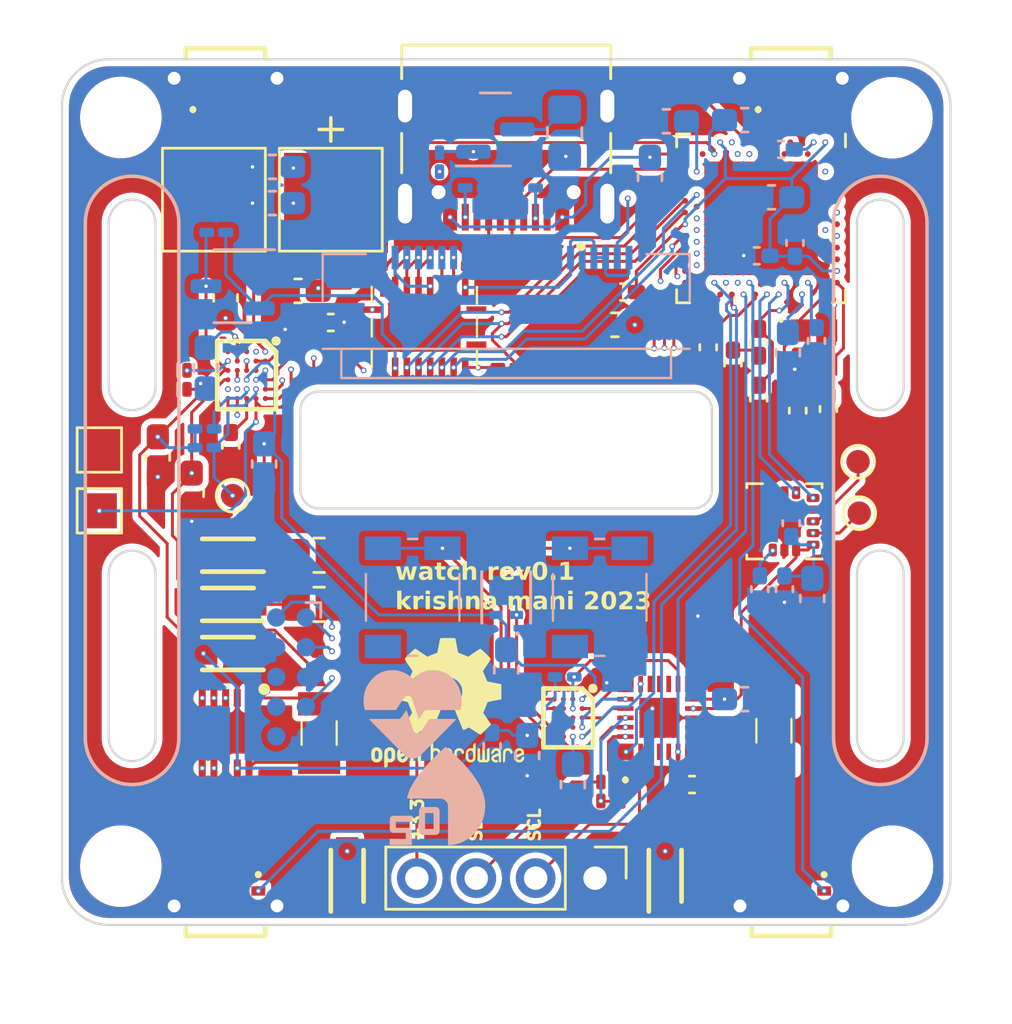
<source format=kicad_pcb>
(kicad_pcb (version 20221018) (generator pcbnew)
  (layers (0 "F.Cu" power) (1 "In1.Cu" signal) (2 "In2.Cu" signal) (31 "B.Cu" power) (34 "B.Paste" user) (35 "F.Paste" user) (36 "B.SilkS" user "B.Silkscreen") (37 "F.SilkS" user "F.Silkscreen") (38 "B.Mask" user) (39 "F.Mask" user) (44 "Edge.Cuts" user))
  (net 0 "")
  (net 1 "VBUS")
  (net 2 "-BATT")
  (net 3 "+BATT")
  (net 4 "VDD")
  (net 5 "Net-(IC1-AVL)")
  (net 6 "Net-(IC1-BST)")
  (net 7 "Net-(IC1-LXB_1)")
  (net 8 "VIO")
  (net 9 "VSSB0")
  (net 10 "VSSB1")
  (net 11 "VSSB2")
  (net 12 "Net-(U1-XC1)")
  (net 13 "Net-(U1-XC2)")
  (net 14 "Net-(U1-DEC1)")
  (net 15 "Net-(U1-DEC3)")
  (net 16 "Net-(U1-DEC5)")
  (net 17 "Net-(U1-DECUSB)")
  (net 18 "Net-(U1-DEC4)")
  (net 19 "Net-(U1-ANT)")
  (net 20 "Net-(C21-Pad1)")
  (net 21 "VDD_nRF")
  (net 22 "Net-(IC3-VCORE)")
  (net 23 "~{BIO RST}")
  (net 24 "Net-(C28-Pad2)")
  (net 25 "Net-(IC2-VREF)")
  (net 26 "Net-(U2-REGOUT)")
  (net 27 "PD1")
  (net 29 "PD2")
  (net 31 "LED1_DRV")
  (net 32 "PMIC AMUX")
  (net 33 "PMIC GPIO2")
  (net 34 "PMIC GPIO1")
  (net 36 "~{PMIC RST}")
  (net 37 "~{PMIC EN}")
  (net 38 "~{PMIC IRQ}")
  (net 39 "Net-(IC1-LXA_1)")
  (net 40 "AX SCL")
  (net 41 "AX SDA")
  (net 42 "Net-(IC2-SCLK)")
  (net 43 "Net-(IC2-SDO)")
  (net 44 "Net-(IC2-SDI)")
  (net 45 "Net-(IC2-CSB)")
  (net 47 "Net-(IC2-~{INT})")
  (net 51 "BIO MFIO")
  (net 56 "Net-(IC3-32KOUT)")
  (net 57 "Net-(IC3-32KIN)")
  (net 63 "DC 3V")
  (net 64 "SCK 3V")
  (net 65 "SDA 3V")
  (net 66 "CS 3V")
  (net 67 "TE 3V")
  (net 68 "~{TFTRST}")
  (net 71 "~{TFTRST} 1V8")
  (net 72 "TFTTE")
  (net 73 "TFTCS")
  (net 74 "TFTMOSI")
  (net 75 "TFTSCK")
  (net 76 "TFTDC")
  (net 78 "D+")
  (net 79 "D-")
  (net 80 "Net-(J1-CC1)")
  (net 83 "Net-(J1-CC2)")
  (net 84 "SWDIO")
  (net 85 "SWCLK")
  (net 89 "JTAG RESET")
  (net 90 "LEDK")
  (net 91 "Net-(LED2-K)")
  (net 92 "Net-(LED3-K)")
  (net 93 "LED1")
  (net 94 "LED2")
  (net 95 "~{BL ENABLE}")
  (net 96 "Net-(Q1-D)")
  (net 97 "S1")
  (net 98 "S3")
  (net 99 "S2")
  (net 100 "S4")
  (net 101 "AX AD0")
  (net 107 "AX IRQ")
  (net 121 "Net-(IC6-X2)")
  (net 123 "RTC CLKOUT")
  (net 124 "RTC D1")
  (net 126 "RTC CLKIN")
  (net 127 "Net-(IC6-X1)")
  (footprint "Capacitor_SMD:C_0402_1005Metric_Pad0.74x0.62mm_HandSolder" (layer "F.Cu") (at 71.47 45.02 -90)
    (fp_text reference "C11" hide)
    (fp_text value "12pF")
  )
  (footprint "mounting:watch-housing" (layer "F.Cu") (at 75.5 32.5)
    (fp_text reference "H2" hide)
    (fp_text value "MountingHole")
  )
  (footprint "Inductor_SMD:L_0402_1005Metric_Pad0.77x0.64mm_HandSolder" (layer "F.Cu") (at 69.8 42.1 90)
    (fp_text reference "L2" hide)
    (fp_text value "4.7nH")
  )
  (footprint "Capacitor_SMD:C_0402_1005Metric_Pad0.74x0.62mm_HandSolder" (layer "F.Cu") (at 47.22 46.52 -90)
    (fp_text reference "C6" hide)
    (fp_text value "1uF")
  )
  (footprint "VLMO20J2M1-GS08:LEDM2214X140N" (layer "F.Cu") (at 65.8 64.9 90)
    (fp_text reference "LED4" hide)
    (fp_text value "VLMO20J2M1-GS08" hide)
  )
  (footprint "Capacitor_SMD:C_0402_1005Metric_Pad0.74x0.62mm_HandSolder" (layer "F.Cu") (at 64 39.95 180)
    (fp_text reference "C22" hide)
    (fp_text value "100nF")
  )
  (footprint "Capacitor_SMD:C_0603_1608Metric_Pad1.08x0.95mm_HandSolder" (layer "F.Cu") (at 63.65 41.35 180)
    (fp_text reference "C25" hide)
    (fp_text value "1uF")
  )
  (footprint "EVP-ATAL1B000:EVPATAL1B000" (layer "F.Cu") (at 47 30.5 180)
    (fp_text reference "S3" hide)
    (fp_text value "EVP-ATAL1B000" hide)
  )
  (footprint "Package_LGA:LGA-16_3x3mm_P0.5mm_LayoutBorder3x5y" (layer "F.Cu") (at 70.9 49.75 180)
    (fp_text reference "U2" hide)
    (fp_text value "ICM-20602")
  )
  (footprint "EVP-ATAL1B000:EVPATAL1B000" (layer "F.Cu") (at 71.2 66.5)
    (fp_text reference "S2" hide)
    (fp_text value "EVP-ATAL1B000" hide)
  )
  (footprint "type-c-31-m-12:HRO_TYPE-C-31-M-12" (layer "F.Cu") (at 59 32 180)
    (fp_text reference "J1" hide)
    (fp_text value "TYPE-C-31-M-12")
  )
  (footprint "Resistor_SMD:R_0805_2012Metric_Pad1.20x1.40mm_HandSolder" (layer "F.Cu") (at 51 53.3)
    (fp_text reference "R13" hide)
    (fp_text value "100")
  )
  (footprint "Capacitor_SMD:C_0402_1005Metric_Pad0.74x0.62mm_HandSolder" (layer "F.Cu") (at 51.5 41.25)
    (fp_text reference "C4" hide)
    (fp_text value "1uF")
  )
  (footprint "mounting:watch-housing" (layer "F.Cu") (at 42.5 32.5)
    (fp_text reference "H1" hide)
    (fp_text value "MountingHole")
  )
  (footprint "Capacitor_SMD:C_0201_0603Metric_Pad0.64x0.40mm_HandSolder" (layer "F.Cu") (at 45.35 43.7 -90)
    (fp_text reference "C5" hide)
    (fp_text value "10nF")
  )
  (footprint "TestPoint:TestPoint_Pad_4.0x4.0mm" (layer "F.Cu") (at 46.5 36)
    (fp_text reference "J5" hide)
    (fp_text value "Conn_01x01_Pin")
  )
  (footprint "Connector_PinHeader_2.54mm:PinHeader_1x04_P2.54mm_Vertical" (layer "F.Cu") (at 62.8 65 -90)
    (fp_text reference "J8" hide)
    (fp_text value "Conn_01x04_Pin")
  )
  (footprint "TestPoint:TestPoint_Pad_1.5x1.5mm" (layer "F.Cu") (at 41.6 49.3 90)
    (fp_text reference "J6" hide)
    (fp_text value "Conn_01x01_Pin")
  )
  (footprint "MAX32664:MAX32664GTGC" (layer "F.Cu") (at 65.55 58.15 90)
    (fp_text reference "IC3" hide)
    (fp_text value "MAX32664GTGC+T" hide)
  )
  (footprint "mounting:watch-housing" (layer "F.Cu") (at 75.5 64.5)
    (fp_text reference "H4" hide)
    (fp_text value "MountingHole")
  )
  (footprint "Capacitor_SMD:C_0402_1005Metric_Pad0.74x0.62mm_HandSolder" (layer "F.Cu") (at 66.95 61)
    (fp_text reference "C28" hide)
    (fp_text value "100nF")
  )
  (footprint "Capacitor_SMD:C_0603_1608Metric_Pad1.08x0.95mm_HandSolder" (layer "F.Cu") (at 45.55 48.55 -90)
    (fp_text reference "C8" hide)
    (fp_text value "22uF")
  )
  (footprint "mounting:watch-housing" (layer "F.Cu") (at 42.5 64.5)
    (fp_text reference "H3" hide)
    (fp_text value "MountingHole")
  )
  (footprint "MAX77659:BGA30C40P6X5_255X237X50" (layer "F.Cu") (at 47.9 43.5 -90)
    (fp_text reference "IC1" hide)
    (fp_text value "MAX77659AENV+" hide)
  )
  (footprint "Resistor_SMD:R_0201_0603Metric_Pad0.64x0.40mm_HandSolder" (layer "F.Cu") (at 59.05 43.175)
    (fp_text reference "R10" hide)
    (fp_text value "10k")
  )
  (footprint "TestPoint:TestPoint_Pad_1.5x1.5mm" (layer "F.Cu") (at 41.6 46.7 90)
    (fp_text reference "J7" hide)
    (fp_text value "Conn_01x01_Pin")
  )
  (footprint "Capacitor_SMD:C_0603_1608Metric_Pad1.08x0.95mm_HandSolder" (layer "F.Cu") (at 47 40.2 90)
    (fp_text reference "C1" hide)
    (fp_text value "44uF")
  )
  (footprint "Resistor_SMD:R_0805_2012Metric_Pad1.20x1.40mm_HandSolder" (layer "F.Cu") (at 51 51.2)
    (fp_text reference "R14" hide)
    (fp_text value "200")
  )
  (footprint "CM7V-T1A-32.768kHz-6pF-20PPM-TA-QC:CM7V32768TBQA020" (layer "F.Cu") (at 51 58.8 90)
    (fp_text reference "Y3" hide)
    (fp_text value "CM7V-T1A-32.768kHz-6pF-20PPM-TA-QC" hide)
  )
  (footprint "Capacitor_SMD:C_0402_1005Metric_Pad0.74x0.62mm_HandSolder" (layer "F.Cu") (at 68.7 43 -90)
    (fp_text reference "C21" hide)
    (fp_text value "0.5pF")
  )
  (footprint "VLMO20J2M1-GS08:LEDM2214X140N" (layer "F.Cu") (at 47.1 53.3 180)
    (fp_text reference "LED2" hide)
    (fp_text value "VLMO20J2M1-GS08" hide)
  )
  (footprint "Capacitor_SMD:C_0603_1608Metric_Pad1.08x0.95mm_HandSolder" (layer "F.Cu") (at 50.1 39.9 180)
    (fp_text reference "C3" hide)
    (fp_text value "22uF")
  )
  (footprint "TXS0108ERGYR:SN74LVC541ARGYR" (layer "F.Cu") (at 55.5 41.45 180)
    (fp_text reference "IC4" hide)
    (fp_text value "TXS0108ERGYR" hide)
  )
  (footprint "Capacitor_SMD:C_0603_1608Metric_Pad1.08x0.95mm_HandSolder" (layer "F.Cu") (at 44.1 47 -90)
    (fp_text reference "C7" hide)
    (fp_text value "22uF")
  )
  (footprint "VLMO20J2M1-GS08:LEDM2214X140N" (layer "F.Cu") (at 47.1 55.4 180)
    (fp_text reference "LED1" hide)
    (fp_text value "VLMO20J2M1-GS08" hide)
  )
  (footprint "VLMO20J2M1-GS08:LEDM2214X140N" (layer "F.Cu") (at 47.1 51.2 180)
    (fp_text reference "LED3" hide)
    (fp_text value "VLMO20J2M1-GS08" hide)
  )
  (footprint "Resistor_SMD:R_0201_0603Metric_Pad0.64x0.40mm_HandSolder" (layer "F.Cu") (at 67.15 61.95)
    (fp_text reference "R6" hide)
    (fp_text value "10")
  )
  (footprint "MAX31341CETB+T:SON50P300X300X80-11N" (layer "F.Cu") (at 47 58.8 -90)
    (fp_text reference "IC6" hide)
    (fp_text value "MAX31341CETB+T" hide)
  )
  (footprint "CM7V-T1A-32.768kHz-6pF-20PPM-TA-QC:CM7V32768TBQA020" (layer "F.Cu") (at 70.45 58.7 -90)
    (fp_text reference "Y2" hide)
    (fp_text value "CM7V-T1A-32.768kHz-6pF-20PPM-TA-QC" hide)
  )
  (footprint "Capacitor_SMD:C_0402_1005Metric_Pad0.74x0.62mm_HandSolder" (layer "F.Cu") (at 67.64 42.31 90)
    (fp_text reference "C17" hide)
    (fp_text value "820pF")
  )
  (footprint "Package_DFN_QFN:Nordic_AQFN-73-1EP_7x7mm_P0.5mm" (layer "F.Cu") (at 69.9 36.8 -90)
    (fp_text reference "U1" hide)
    (fp_text value "nRF52840")
  )
  (footprint "Resistor_SMD:R_0201_0603Metric_Pad0.64x0.40mm_HandSolder" (layer "F.Cu") (at 63.05 61.2975 90)
    (fp_text reference "R11" hide)
    (fp_text value "4.7k")
  )
  (footprint "EVP-ATAL1B000:EVPATAL1B000" (layer "F.Cu") (at 71.175 30.5 180)
    (fp_text reference "S4" hide)
    (fp_text value "EVP-ATAL1B000" hide)
  )
  (footprint "MAX86141:BGA20C40P5X4_205X185X50" (layer "F.Cu") (at 61.65 58.15 -90)
    (fp_text reference "IC2" hide)
    (fp_text value "MAX86141ENP+T" hide)
  )
  (footprint "TestPoint:TestPoint_Pad_D1.0mm" (layer "F.Cu") (at 74.1 49.4)
    (fp_text reference "TP2" hide)
    (fp_text value "TestPoint")
  )
  (footprint "Symbol:OSHW-Logo2_7.3x6mm_SilkScreen" (layer "F.Cu") (at 56.5 57.5)
    (fp_text reference "REF**" hide)
    (fp_text value "OSHW-Logo2_7.3x6mm_SilkScreen" hide)
  )
  (footprint "TestPoint:TestPoint_Pad_D1.0mm" (layer "F.Cu") (at 74.05 47.2)
    (fp_text reference "TP1" hide)
    (fp_text value "TestPoint")
  )
  (footprint "Resistor_SMD:R_0201_0603Metric_Pad0.64x0.40mm_HandSolder" (layer "F.Cu") (at 63.9 61.3075 90)
    (fp_text reference "R5" hide)
    (fp_text value "4.7k")
  )
  (footprint "VLMO20J2M1-GS08:LEDM2214X140N" (layer "F.Cu") (at 52.2 64.9 90)
    (fp_text reference "LED5" hide)
    (fp_text value "VLMO20J2M1-GS08" hide)
  )
  (footprint "FA-128_32.0000MF10Z-AJ5:FA128320000MF10ZAJ5" (layer "F.Cu") (at 72.16 42.32 -90)
    (fp_text reference "Y1" hide)
    (fp_text value "FA-128_32.0000MF10Z-AJ5" hide)
  )
  (footprint "TestPoint:TestPoint_Pad_4.0x4.0mm" (layer "F.Cu") (at 51.5 36)
    (fp_text reference "J2" hide)
    (fp_text value "Conn_01x01_Pin")
  )
  (footprint "TestPoint:TestPoint_Pad_D1.0mm" (layer "F.Cu") (at 47.3 48.65)
    (fp_text reference "TP15" hide)
    (fp_text value "TestPoint")
  )
  (footprint "Capacitor_SMD:C_0402_1005Metric_Pad0.74x0.62mm_HandSolder" (layer "F.Cu") (at 69.8 44.5 -90)
    (fp_text reference "C20" hide)
    (fp_text value "0.8pF")
  )
  (footprint "EVP-ATAL1B000:EVPATAL1B000" (layer "F.Cu") (at 47 66.5)
    (fp_text reference "S1" hide)
    (fp_text value "EVP-ATAL1B000" hide)
  )
  (footprint "Capacitor_SMD:C_0402_1005Metric_Pad0.74x0.62mm_HandSolder" (layer "F.Cu") (at 72.78 44.95 -90)
    (fp_text reference "C12" hide)
    (fp_text value "12pF")
  )
  (footprint "Resistor_SMD:R_0805_2012Metric_Pad1.20x1.40mm_HandSolder" (layer "B.Cu") (at 61.5 33.15 90)
    (fp_text reference "R7" hide)
    (fp_text value "10")
  )
  (footprint "Connector:Tag-Connect_TC2050-IDC-FP_2x05_P1.27mm_Vertical" (layer "B.Cu") (at 49.8 56.4 -90)
    (fp_text reference "J3" hide)
    (fp_text value "Conn_ARM_JTAG_SWD_10")
  )
  (footprint "Capacitor_SMD:C_0603_1608Metric_Pad1.08x0.95mm_HandSolder" (layer "B.Cu") (at 49 36.15 180)
    (fp_text reference "C10" hide)
    (fp_text value "10uF")
  )
  (footprint "VEMD5080X01:VEMD5080X01" (layer "B.Cu") (at 63 53)
    (fp_text reference "D2" hide)
    (fp_text value "VEMD5080X01" hide)
  )
  (footprint "Package_TO_SOT_SMD:SOT-23" (layer "B.Cu") (at 58.5375 33)
    (fp_text reference "Q1" hide)
    (fp_text value "BSS138")
  )
  (footprint "Capacitor_SMD:C_0603_1608Metric_Pad1.08x0.95mm_HandSolder" (layer "B.Cu") (at 72.09 53.05 -90)
    (fp_text reference "C35" hide)
    (fp_text value "2.2uF")
  )
  (footprint "Capacitor_SMD:C_0603_1608Metric_Pad1.08x0.95mm_HandSolder" (layer "B.Cu") (at 65.85 32.65)
    (fp_text reference "C18" hide)
    (fp_text value "4.7uF")
  )
  (footprint "Capacitor_SMD:C_0402_1005Metric_Pad0.74x0.62mm_HandSolder" (layer "B.Cu") (at 72.27 42.04 90)
    (fp_text reference "C16" hide)
    (fp_text value "100pF")
  )
  (footprint "Capacitor_SMD:C_0603_1608Metric_Pad1.08x0.95mm_HandSolder" (layer "B.Cu") (at 65.15 35.05 -90)
    (fp_text reference "C13" hide)
    (fp_text value "4.7uF")
  )
  (footprint "Capacitor_SMD:C_0603_1608Metric_Pad1.08x0.95mm_HandSolder" (layer "B.Cu") (at 69.2 57.35 180)
    (fp_text reference "C27" hide)
    (fp_text value "1uF")
  )
  (footprint "Resistor_SMD:R_0201_0603Metric_Pad0.64x0.40mm_HandSolder" (layer "B.Cu") (at 46.1 46.6)
    (fp_text reference "R4" hide)
    (fp_text value "4.7k")
  )
  (footprint "Capacitor_SMD:C_0603_1608Metric_Pad1.08x0.95mm_HandSolder" (layer "B.Cu") (at 59.9 59.7625 90)
    (fp_text reference "C30" hide)
    (fp_text value "10uF")
  )
  (footprint "Resistor_SMD:R_0201_0603Metric_Pad0.64x0.40mm_HandSolder" (layer "B.Cu") (at 57.65 35.5 180)
    (fp_text reference "R2" hide)
    (fp_text value "5.1k")
  )
  (footprint "Capacitor_SMD:C_0603_1608Metric_Pad1.08x0.95mm_HandSolder" (layer "B.Cu") (at 69.2 32.6)
    (fp_text reference "C14" hide)
    (fp_text value "4.7uF")
  )
  (footprint "Capacitor_SMD:C_0603_1608Metric_Pad1.08x0.95mm_HandSolder" (layer "B.Cu") (at 61.85 61 90)
    (fp_text reference "C29" hide)
    (fp_text value "1uF")
  )
  (footprint "Resistor_SMD:R_0201_0603Metric_Pad0.64x0.40mm_HandSolder" (layer "B.Cu") (at 56.15 34.4 90)
    (fp_text reference "R8" hide)
    (fp_text value "10k")
  )
  (footprint "Capacitor_SMD:C_0402_1005Metric_Pad0.74x0.62mm_HandSolder" (layer "B.Cu") (at 69.85 52.65 -90)
    (fp_text reference "C36" hide)
    (fp_text value "0.1uF")
  )
  (footprint "Resistor_SMD:R_0201_0603Metric_Pad0.64x0.40mm_HandSolder" (layer "B.Cu") (at 59.85 35.5)
    (fp_text reference "R1" hide)
    (fp_text value "5.1k")
  )
  (footprint "Resistor_SMD:R_0201_0603Metric_Pad0.64x0.40mm_HandSolder" (layer "B.Cu") (at 46.6 37.4)
    (fp_text reference "R9" hide)
    (fp_text value "10k")
  )
  (footprint "Package_TO_SOT_SMD:SOT-23-3" (layer "B.Cu") (at 47.3 39.7 180)
    (fp_text reference "IC5" hide)
    (fp_text value "~")
  )
  (footprint "505110-2291:5051102291" (layer "B.Cu") (at 59 40.8 180)
    (fp_text reference "J4" hide)
    (fp_text value "505110-2291" hide)
  )
  (footprint "ctdblp31.12:LED_CTDBLP31.12-6C5D-56-J6U6-20-R18" (layer "B.Cu") (at 59 53 90)
    (fp_text reference "D3" hide)
    (fp_text value "CTDBLP31.12-6C5D-56-J6U6-20-R18")
  )
  (footprint "Capacitor_SMD:C_0603_1608Metric_Pad1.08x0.95mm_HandSolder" (layer "B.Cu") (at 70.35 35.9 180)
    (fp_text reference "C26" hide)
    (fp_text value "4.7uF")
  )
  (footprint "Resistor_SMD:R_0201_0603Metric_Pad0.64x0.40mm_HandSolder" (layer "B.Cu") (at 46.1 45.8)
    (fp_text reference "R12" hide)
    (fp_text value "4.7k")
  )
  (footprint "Capacitor_SMD:C_0402_1005Metric_Pad0.74x0.62mm_HandSolder" (layer "B.Cu") (at 58.4 59.35 90)
    (fp_text reference "C31" hide)
    (fp_text value "0.1uF")
  )
  (footprint "custom:heart_highres" (layer "B.Cu") (at 55 58 180)
    (fp_text reference "G***" hide)
    (fp_text value "LOGO" hide)
  )
  (footprint "custom:spo2_highres" (layer "B.Cu") (at 56 61.5 180)
    (fp_text reference "G***" hide)
    (fp_text value "LOGO" hide)
  )
  (footprint "Capacitor_SMD:C_0603_1608Metric_Pad1.08x0.95mm_HandSolder" (layer "B.Cu") (at 71.05 42.55 90)
    (fp_text reference "C19" hide)
    (fp_text value "1uF")
  )
  (footprint "Capacitor_SMD:C_0603_1608Metric_Pad1.08x0.95mm_HandSolder" (layer "B.Cu") (at 49 34.6 180)
    (fp_text reference "C2" hide)
    (fp_text value "4.7uF")
  )
  (footprint "Inductor_SMD:L_0603_1608Metric_Pad1.05x0.95mm_HandSolder" (layer "B.Cu") (at 46.15 43.2 -90)
    (fp_text reference "L1" hide)
    (fp_text value "1.5uH")
  )
  (footprint "Capacitor_SMD:C_0603_1608Metric_Pad1.08x0.95mm_HandSolder" (layer "B.Cu") (at 48.65 47.3 -90)
    (fp_text reference "C9" hide)
    (fp_text value "22uF")
  )
  (footprint "Capacitor_SMD:C_0402_1005Metric_Pad0.74x0.62mm_HandSolder" (layer "B.Cu") (at 69.7175 38.4 180)
    (fp_text reference "C24" hide)
    (fp_text value "100nF")
  )
  (footprint "Capacitor_SMD:C_0402_1005Metric_Pad0.74x0.62mm_HandSolder" (layer "B.Cu") (at 71.19 49.83 90)
    (fp_text reference "C33" hide)
    (fp_text value "100nF")
  )
  (footprint "Capacitor_SMD:C_0402_1005Metric_Pad0.74x0.62mm_HandSolder" (layer "B.Cu") (at 70.9 52.65 -90)
    (fp_text reference "C34" hide)
    (fp_text value "10nF")
  )
  (footprint "Capacitor_SMD:C_0402_1005Metric_Pad0.74x0.62mm_HandSolder" (layer "B.Cu") (at 70.75 33.85)
    (fp_text reference "C15" hide)
    (fp_text value "100nF")
  )
  (footprint "VEMD5080X01:VEMD5080X01" (layer "B.Cu") (at 55 53)
    (fp_text reference "D1" hide)
    (fp_text value "VEMD5080X01" hide)
  )
  (footprint "Capacitor_SMD:C_0402_1005Metric_Pad0.74x0.62mm_HandSolder" (layer "B.Cu") (at 71.35 37.85 90)
    (fp_text reference "C23" hide)
    (fp_text value "100nF")
  )
  (footprint "Resistor_SMD:R_0201_0603Metric_Pad0.64x0.40mm_HandSolder" (layer "B.Cu") (at 61.5 56.4)
    (fp_text reference "R3" hide)
    (fp_text value "4.7k")
  )
  (footprint "Capacitor_SMD:C_0603_1608Metric_Pad1.08x0.95mm_HandSolder" (layer "B.Cu") (at 59 56.1 90)
    (fp_text reference "C32" hide)
    (fp_text value "10uF")
  )
  (gr_arc (start 77 59) (mid 75 61) (end 73 59) (stroke (width 0.15)) (layer "B.SilkS"))
  (gr_line (start 77 59) (end 77 37) (stroke (width 0.15)) (layer "B.SilkS"))
  (gr_line (start 41 37) (end 41 59) (stroke (width 0.15)) (layer "B.SilkS"))
  (gr_arc (start 45 59) (mid 43 61) (end 41 59) (stroke (width 0.15)) (layer "B.SilkS"))
  (gr_line (start 45 59) (end 45 37) (stroke (width 0.15)) (layer "B.SilkS"))
  (gr_arc (start 73 37) (mid 75 35) (end 77 37) (stroke (width 0.15)) (layer "B.SilkS"))
  (gr_line (start 73 37) (end 73 59) (stroke (width 0.15)) (layer "B.SilkS"))
  (gr_arc (start 41 37) (mid 43 35) (end 45 37) (stroke (width 0.15)) (layer "B.SilkS"))
  (gr_line (start 51 33) (end 52 33) (stroke (width 0.15)) (layer "F.SilkS"))
  (gr_line (start 51.5 32.5) (end 51.5 33.5) (stroke (width 0.15)) (layer "F.SilkS"))
  (gr_line (start 78 32) (end 78 65) (stroke (width 0.1)) (layer "Edge.Cuts"))
  (gr_arc (start 40 32) (mid 40.585786 30.585786) (end 42 30) (stroke (width 0.1)) (layer "Edge.Cuts"))
  (gr_arc (start 76 59) (mid 75 60) (end 74 59) (stroke (width 0.1)) (layer "Edge.Cuts"))
  (gr_arc (start 76 30) (mid 77.414214 30.585786) (end 78 32) (stroke (width 0.1)) (layer "Edge.Cuts"))
  (gr_line (start 74 52) (end 74 59) (stroke (width 0.1)) (layer "Edge.Cuts"))
  (gr_arc (start 44 59) (mid 43 60) (end 42 59) (stroke (width 0.1)) (layer "Edge.Cuts"))
  (gr_arc (start 67 44.2) (mid 67.565685 44.434315) (end 67.8 45) (stroke (width 0.1)) (layer "Edge.Cuts"))
  (gr_arc (start 51 49.2) (mid 50.434315 48.965685) (end 50.2 48.4) (stroke (width 0.1)) (layer "Edge.Cuts"))
  (gr_arc (start 67.8 48.4) (mid 67.565685 48.965685) (end 67 49.2) (stroke (width 0.1)) (layer "Edge.Cuts"))
  (gr_line (start 42 52) (end 42 59) (stroke (width 0.1)) (layer "Edge.Cuts"))
  (gr_arc (start 78 65) (mid 77.414214 66.414214) (end 76 67) (stroke (width 0.1)) (layer "Edge.Cuts"))
  (gr_arc (start 42 52) (mid 43 51) (end 44 52) (stroke (width 0.1)) (layer "Edge.Cuts"))
  (gr_line (start 76 67) (end 42 67) (stroke (width 0.1)) (layer "Edge.Cuts"))
  (gr_line (start 50.2 45) (end 50.2 48.4) (stroke (width 0.1)) (layer "Edge.Cuts"))
  (gr_line (start 44 52) (end 44 59) (stroke (width 0.1)) (layer "Edge.Cuts"))
  (gr_arc (start 44 44) (mid 43 45) (end 42 44) (stroke (width 0.1)) (layer "Edge.Cuts"))
  (gr_arc (start 74 52) (mid 75 51) (end 76 52) (stroke (width 0.1)) (layer "Edge.Cuts"))
  (gr_line (start 76 37) (end 76 44) (stroke (width 0.1)) (layer "Edge.Cuts"))
  (gr_arc (start 42 67) (mid 40.585786 66.414214) (end 40 65) (stroke (width 0.1)) (layer "Edge.Cuts"))
  (gr_line (start 67 44.2) (end 51 44.2) (stroke (width 0.1)) (layer "Edge.Cuts"))
  (gr_line (start 74 37) (end 74 44) (stroke (width 0.1)) (layer "Edge.Cuts"))
  (gr_arc (start 50.2 45) (mid 50.434315 44.434315) (end 51 44.2) (stroke (width 0.1)) (layer "Edge.Cuts"))
  (gr_arc (start 74 37) (mid 75 36) (end 76 37) (stroke (width 0.1)) (layer "Edge.Cuts"))
  (gr_arc (start 42 37) (mid 43 36) (end 44 37) (stroke (width 0.1)) (layer "Edge.Cuts"))
  (gr_line (start 40 65) (end 40 32) (stroke (width 0.1)) (layer "Edge.Cuts"))
  (gr_line (start 67.8 48.4) (end 67.8 45) (stroke (width 0.1)) (layer "Edge.Cuts"))
  (gr_line (start 42 37) (end 42 44) (stroke (width 0.1)) (layer "Edge.Cuts"))
  (gr_line (start 76 52) (end 76 59) (stroke (width 0.1)) (layer "Edge.Cuts"))
  (gr_arc (start 76 44) (mid 75 45) (end 74 44) (stroke (width 0.1)) (layer "Edge.Cuts"))
  (gr_line (start 51 49.2) (end 67 49.2) (stroke (width 0.1)) (layer "Edge.Cuts"))
  (gr_line (start 44 37) (end 44 44) (stroke (width 0.1)) (layer "Edge.Cuts"))
  (gr_line (start 42 30) (end 76 30) (stroke (width 0.1)) (layer "Edge.Cuts"))
  (gr_text "SCL" (at 60.5 63.5 90) (layer "F.SilkS") (effects (font (size 0.5 0.5) (thickness 0.125)) (justify left bottom)))
  (gr_text "watch rev0.1\nkrishna mani 2023" (at 54.25 51.5) (layer "F.SilkS") (effects (font (size 0.75 0.75) (thickness 0.1) bold) (justify left top)))
  (gr_text "+3.3V\n" (at 55.5 63.5 90) (layer "F.SilkS") (effects (font (size 0.5 0.5) (thickness 0.125)) (justify left bottom)))
  (gr_text "SDA\n" (at 58 63.5 90) (layer "F.SilkS") (effects (font (size 0.5 0.5) (thickness 0.125)) (justify left bottom)))
  (segment (start 47.16712 41.0625) (end 47 41.0625) (width 0.127) (layer "F.Cu") (net 1))
  (segment (start 65.2875 34.05) (end 66.65 34.05) (width 0.127) (layer "F.Cu") (net 1))
  (segment (start 47.9 42.5) (end 47.9 41.79538) (width 0.127) (layer "F.Cu") (net 1))
  (segment (start 65.15 34.1875) (end 65.2875 34.05) (width 0.127) (layer "F.Cu") (net 1))
  (segment (start 47.9 41.79538) (end 47.16712 41.0625) (width 0.127) (layer "F.Cu") (net 1))
  (via (at 56.6 36.75) (size 0.25) (drill 0.15) (layers "F.Cu" "B.Cu") (net 1))
  (via (at 65.15 34.1875) (size 0.25) (drill 0.15) (layers "F.Cu" "B.Cu") (net 1))
  (via (at 61.4 36.75) (size 0.25) (drill 0.15) (layers "F.Cu" "B.Cu") (net 1))
  (via (at 47 41.0625) (size 0.25) (drill 0.15) (layers "F.Cu" "B.Cu") (net 1))
  (segment (start 60.9865 37.1635) (end 61.4 36.75) (width 0.127) (layer "B.Cu") (net 1))
  (segment (start 56.6 36.75) (end 57.0135 37.1635) (width 0.127) (layer "B.Cu") (net 1))
  (segment (start 62.4 35.25) (end 62.4 36.2) (width 0.127) (layer "B.Cu") (net 1))
  (segment (start 61.85 36.75) (end 61.4 36.75) (width 0.127) (layer "B.Cu") (net 1))
  (segment (start 65.15 34.1875) (end 63.4625 34.1875) (width 0.127) (layer "B.Cu") (net 1))
  (segment (start 63.4625 34.1875) (end 62.4 35.25) (width 0.127) (layer "B.Cu") (net 1))
  (segment (start 57.0135 37.1635) (end 60.9865 37.1635) (width 0.127) (layer "B.Cu") (net 1))
  (segment (start 62.4 36.2) (end 61.85 36.75) (width 0.127) (layer "B.Cu") (net 1))
  (segment (start 61.45 58.95) (end 61.45 59.102735) (width 0.127) (layer "F.Cu") (net 2))
  (segment (start 72.735 41.595) (end 72.735 40.798) (width 0.127) (layer "F.Cu") (net 2))
  (segment (start 61.45 59.102735) (end 59.927735 60.625) (width 0.127) (layer "F.Cu") (net 2))
  (segment (start 67 58.15) (end 65.55 58.15) (width 0.127) (layer "F.Cu") (net 2))
  (segment (start 61.45 58.15) (end 61.05 58.15) (width 0.127) (layer "F.Cu") (net 2))
  (segment (start 72.735 40.798) (end 73.033 40.5) (width 0.127) (layer "F.Cu") (net 2))
  (segment (start 61.45 58.95) (end 61.45 58.15) (width 0.127) (layer "F.Cu") (net 2))
  (segment (start 59.927735 60.625) (end 59.9 60.625) (width 0.127) (layer "F.Cu") (net 2))
  (via (at 48.3 43.7) (size 0.25) (drill 0.15) (layers "F.Cu" "B.Cu") (net 2))
  (via (at 59.9 60.625) (size 0.25) (drill 0.15) (layers "F.Cu" "B.Cu") (net 2))
  (via (at 63.3 56.65) (size 0.25) (drill 0.15) (layers "F.Cu" "B.Cu") (net 2))
  (via (at 67.2 53.8) (size 0.25) (drill 0.15) (layers "F.Cu" "B.Cu") (net 2))
  (via (at 47 42.05) (size 0.25) (drill 0.15) (layers "F.Cu" "B.Cu") (net 2))
  (via (at 48.15 34.6) (size 0.25) (drill 0.15) (layers "F.Cu" "B.Cu") (net 2))
  (via (at 52.07 41.24) (size 0.25) (drill 0.15) (layers "F.Cu" "B.Cu") (net 2))
  (via (at 73.033 40.5) (size 0.25) (drill 0.15) (layers "F.Cu" "B.Cu") (net 2))
  (via (at 69.16 38.39) (size 0.25) (drill 0.15) (layers "F.Cu" "B.Cu") (net 2))
  (via (at 45.55 49.75) (size 0.25) (drill 0.15) (layers "F.Cu" "B.Cu") (net 2))
  (via (at 44.1 47.85) (size 0.25) (drill 0.15) (layers "F.Cu" "B.Cu") (net 2))
  (via (at 48.15 36.15) (size 0.25) (drill 0.15) (layers "F.Cu" "B.Cu") (net 2))
  (via (at 49.546372 41.546372) (size 0.25) (drill 0.15) (layers "F.Cu" "B.Cu") (net 2))
  (via (at 71.34 43.25) (size 0.25) (drill 0.15) (layers "F.Cu" "B.Cu") (net 2))
  (via (at 48.7 43.3) (size 0.25) (drill 0.15) (layers "F.Cu" "B.Cu") (net 2))
  (via (at 65.25 57.75) (size 0.25) (drill 0.15) (layers "F.Cu" "B.Cu") (net 2))
  (via (at 70.9 53.21) (size 0.25) (drill 0.15) (layers "F.Cu" "B.Cu") (net 2))
  (segment (start 51.5 36) (end 48.2 39.3) (width 0.127) (layer "F.Cu") (net 3))
  (segment (start 48.2 39.3) (end 48.2 41.95) (width 0.127) (layer "F.Cu") (net 3))
  (segment (start 48.2 41.95) (end 48.725 42.475) (width 0.127) (layer "F.Cu") (net 3))
  (via (at 49.9 34.65) (size 0.25) (drill 0.15) (layers "F.Cu" "B.Cu") (net 3))
  (via (at 49.9 36.15) (size 0.25) (drill 0.15) (layers "F.Cu" "B.Cu") (net 3))
  (via (at 48.7 42.5) (size 0.25) (drill 0.15) (layers "F.Cu" "B.Cu") (net 3))
  (via (at 47.1 44.1) (size 0.25) (drill 0.15) (layers "F.Cu" "B.Cu") (net 3))
  (segment (start 47.9 43.3) (end 47.9 42.9) (width 0.127) (layer "F.Cu") (net 4))
  (segment (start 52.325 39.785) (end 53.88 38.23) (width 0.127) (layer "F.Cu") (net 4))
  (segment (start 50.9625 39.785) (end 52.325 39.785) (width 0.127) (layer "F.Cu") (net 4))
  (segment (start 67.5815 33.5615) (end 67.9 33.88) (width 0.127) (layer "F.Cu") (net 4))
  (segment (start 67.9 33.88) (end 67.9 34.05) (width 0.127) (layer "F.Cu") (net 4))
  (segment (start 55.2785 33.5615) (end 67.5815 33.5615) (width 0.127) (layer "F.Cu") (net 4))
  (segment (start 53.88 38.23) (end 53.88 34.96) (width 0.127) (layer "F.Cu") (net 4))
  (segment (start 53.88 34.96) (end 55.2785 33.5615) (width 0.127) (layer "F.Cu") (net 4))
  (via (at 48.3 42.5) (size 0.25) (drill 0.15) (layers "F.Cu" "B.Cu") (net 4))
  (via (at 67.9 34.05) (size 0.25) (drill 0.15) (layers "F.Cu" "B.Cu") (net 4))
  (via (at 50.9625 39.785) (size 0.25) (drill 0.15) (layers "F.Cu" "B.Cu") (net 4))
  (via (at 47.9 42.9) (size 0.25) (drill 0.15) (layers "F.Cu" "B.Cu") (net 4))
  (segment (start 68.3375 32.6) (end 68.25 32.6) (width 0.127) (layer "B.Cu") (net 4))
  (segment (start 67.7 33.15) (end 67.7 33.85) (width 0.127) (layer "B.Cu") (net 4))
  (segment (start 68.25 32.6) (end 67.7 33.15) (width 0.127) (layer "B.Cu") (net 4))
  (segment (start 67.7 33.85) (end 67.9 34.05) (width 0.127) (layer "B.Cu") (net 4))
  (segment (start 50.50225 41.25) (end 50.9325 41.25) (width 0.127) (layer "F.Cu") (net 5))
  (segment (start 48.3 42.9) (end 48.7 42.9) (width 0.127) (layer "F.Cu") (net 5))
  (segment (start 48.7 42.9) (end 48.85225 42.9) (width 0.127) (layer "F.Cu") (net 5))
  (segment (start 48.85225 42.9) (end 50.50225 41.25) (width 0.127) (layer "F.Cu") (net 5))
  (via (at 45.35 43.3) (size 0.25) (drill 0.15) (layers "F.Cu" "B.Cu") (net 6))
  (via (at 47.1 42.9) (size 0.25) (drill 0.15) (layers "F.Cu" "B.Cu") (net 6))
  (segment (start 46.7 43.3) (end 47.1 42.9) (width 0.127) (layer "B.Cu") (net 6))
  (segment (start 45.35 43.3) (end 46.7 43.3) (width 0.127) (layer "B.Cu") (net 6))
  (segment (start 45.684522 44.1075) (end 45.933511 43.858511) (width 0.127) (layer "F.Cu") (net 7))
  (segment (start 45.35 44.1075) (end 45.684522 44.1075) (width 0.127) (layer "F.Cu") (net 7))
  (segment (start 47.5 43.7) (end 47.5 43.3) (width 0.127) (layer "F.Cu") (net 7))
  (via (at 47.5 43.7) (size 0.25) (drill 0.15) (layers "F.Cu" "B.Cu") (net 7))
  (via (at 45.933511 43.858511) (size 0.25) (drill 0.15) (layers "F.Cu" "B.Cu") (net 7))
  (segment (start 47.22 45.9525) (end 47.300422 45.9525) (width 0.127) (layer "F.Cu") (net 8))
  (segment (start 47.1 45.8325) (end 47.1 44.5) (width 0.127) (layer "F.Cu") (net 8))
  (segment (start 47.300422 45.9525) (end 47.9 45.352922) (width 0.127) (layer "F.Cu") (net 8))
  (segment (start 47.22 45.9525) (end 47.1 45.8325) (width 0.127) (layer "F.Cu") (net 8))
  (segment (start 47.9 45.352922) (end 47.9 44.5) (width 0.127) (layer "F.Cu") (net 8))
  (segment (start 63.9 61.715) (end 63.06 61.715) (width 0.127) (layer "F.Cu") (net 9))
  (segment (start 44.5 50.7) (end 44.5 53.85) (width 0.127) (layer "F.Cu") (net 9))
  (segment (start 63.05 61.7) (end 63.045 61.7) (width 0.127) (layer "F.Cu") (net 9))
  (segment (start 67 57.75) (end 68.467831 57.75) (width 0.127) (layer "F.Cu") (net 9))
  (segment (start 69.05 53.648008) (end 71.4 51.298008) (width 0.127) (layer "F.Cu") (net 9))
  (segment (start 47.053815 43.3) (end 46.65 42.896185) (width 0.127) (layer "F.Cu") (net 9))
  (segment (start 46.1625 41.8125) (end 46.1625 39.7) (width 0.127) (layer "F.Cu") (net 9))
  (segment (start 57.8 43.175) (end 58.6425 43.175) (width 0.127) (layer "F.Cu") (net 9))
  (segment (start 71.4 51.298008) (end 71.4 50.975) (width 0.127) (layer "F.Cu") (net 9))
  (segment (start 61.45 57.75) (end 61.05 57.75) (width 0.127) (layer "F.Cu") (net 9))
  (segment (start 63.05 61.705) (end 63.05 61.7) (width 0.127) (layer "F.Cu") (net 9))
  (segment (start 44.1 46.1375) (end 46.9375 43.3) (width 0.127) (layer "F.Cu") (net 9))
  (segment (start 68.467831 57.75) (end 69.05 57.167831) (width 0.127) (layer "F.Cu") (net 9))
  (segment (start 46.65 42.3) (end 46.1625 41.8125) (width 0.127) (layer "F.Cu") (net 9))
  (segment (start 61.05 57.75) (end 60.645982 57.75) (width 0.127) (layer "F.Cu") (net 9))
  (segment (start 47.1 43.3) (end 47.053815 43.3) (width 0.127) (layer "F.Cu") (net 9))
  (segment (start 57.25 43.175) (end 57.8 43.175) (width 0.127) (layer "F.Cu") (net 9))
  (segment (start 46.65 42.896185) (end 46.65 42.3) (width 0.127) (layer "F.Cu") (net 9))
  (segment (start 44.1 46.1375) (end 43.325 46.9125) (width 0.127) (layer "F.Cu") (net 9))
  (segment (start 63.06 61.715) (end 63.05 61.705) (width 0.127) (layer "F.Cu") (net 9))
  (segment (start 71.4 50.975) (end 71.9 50.975) (width 0.127) (layer "F.Cu") (net 9))
  (segment (start 71.9 50.975) (end 72.125 50.75) (width 0.127) (layer "F.Cu") (net 9))
  (segment (start 60.645982 57.75) (end 60.633587 57.737605) (width 0.127) (layer "F.Cu") (net 9))
  (segment (start 44.5 53.85) (end 46.05 55.4) (width 0.127) (layer "F.Cu") (net 9))
  (segment (start 69.05 57.167831) (end 69.05 53.648008) (width 0.127) (layer "F.Cu") (net 9))
  (segment (start 43.325 49.525) (end 44.5 50.7) (width 0.127) (layer "F.Cu") (net 9))
  (segment (start 43.325 46.9125) (end 43.325 49.525) (width 0.127) (layer "F.Cu") (net 9))
  (segment (start 46.9375 43.3) (end 47.1 43.3) (width 0.127) (layer "F.Cu") (net 9))
  (segment (start 63.045 61.7) (end 63.05 61.705) (width 0.127) (layer "F.Cu") (net 9))
  (via (at 59.9 58.9) (size 0.25) (drill 0.15) (layers "F.Cu" "B.Cu") (net 9))
  (via (at 67 57.75) (size 0.25) (drill 0.15) (layers "F.Cu" "B.Cu") (net 9))
  (via (at 56.15 34.8) (size 0.25) (drill 0.15) (layers "F.Cu" "B.Cu") (net 9))
  (via (at 47.5 60.3) (size 0.25) (drill 0.15) (layers "F.Cu" "B.Cu") (net 9))
  (via (at 46.05 55.4) (size 0.25) (drill 0.15) (layers "F.Cu" "B.Cu") (net 9))
  (via (at 57.8 43.175) (size 0.25) (drill 0.15) (layers "F.Cu" "B.Cu") (net 9))
  (via (at 60.633587 57.737605) (size 0.25) (drill 0.15) (layers "F.Cu" "B.Cu") (net 9))
  (via (at 64.1 58.15) (size 0.25) (drill 0.15) (layers "F.Cu" "B.Cu") (net 9))
  (via (at 72.15 50.75) (size 0.25) (drill 0.15) (layers "F.Cu" "B.Cu") (net 9))
  (via (at 46.1625 39.7) (size 0.25) (drill 0.15) (layers "F.Cu" "B.Cu") (net 9))
  (via (at 63.05 61.7) (size 0.25) (drill 0.15) (layers "F.Cu" "B.Cu") (net 9))
  (via (at 44.1 46.1375) (size 0.25) (drill 0.15) (layers "F.Cu" "B.Cu") (net 9))
  (segment (start 71.5425 50.75) (end 71.19 50.3975) (width 0.127) (layer "B.Cu") (net 9))
  (segment (start 44.5625 46.6) (end 44.1 46.1375) (width 0.127) (layer "B.Cu") (net 9))
  (segment (start 63.05 59.121288) (end 64.021288 58.15) (width 0.127) (layer "B.Cu") (net 9))
  (segment (start 56.8825 60.3) (end 58.4 58.7825) (width 0.127) (layer "B.Cu") (net 9))
  (segment (start 59.31 58.9) (end 59.9 58.9) (width 0.127) (layer "B.Cu") (net 9))
  (segment (start 58.4 58.7825) (end 58.4925 58.69) (width 0.127) (layer "B.Cu") (net 9))
  (segment (start 61.0925 57.278692) (end 61.0925 56.4) (width 0.127) (layer "B.Cu") (net 9))
  (segment (start 46.1925 37.4) (end 46.1625 37.43) (width 0.127) (layer "B.Cu") (net 9))
  (segment (start 72.15 50.75) (end 71.5425 50.75) (width 0.127) (layer "B.Cu") (net 9))
  (segment (start 46.1625 37.43) (end 46.1625 39.7) (width 0.127) (layer "B.Cu") (net 9))
  (segment (start 72.09 52.1875) (end 71.985 52.0825) (width 0.127) (layer "B.Cu") (net 9))
  (segment (start 47.5 60.3) (end 47.5 56.85) (width 0.127) (layer "B.Cu") (net 9))
  (segment (start 58.4925 58.69) (end 59.1 58.69) (width 0.127) (layer "B.Cu") (net 9))
  (segment (start 60.633587 57.737605) (end 61.0925 57.278692) (width 0.127) (layer "B.Cu") (net 9))
  (segment (start 47.5 60.3) (end 56.8825 60.3) (width 0.127) (layer "B.Cu") (net 9))
  (segment (start 71.985 52.0825) (end 70.9 52.0825) (width 0.127) (layer "B.Cu") (net 9))
  (segment (start 45.6925 46.6) (end 44.5625 46.6) (width 0.127) (layer "B.Cu") (net 9))
  (segment (start 64.021288 58.15) (end 64.1 58.15) (width 0.127) (layer "B.Cu") (net 9))
  (segment (start 63.05 61.7) (end 63.05 59.121288) (width 0.127) (layer "B.Cu") (net 9))
  (segment (start 45.6925 46.6) (end 45.6925 45.8) (width 0.127) (layer "B.Cu") (net 9))
  (segment (start 72.15 52.1275) (end 72.15 50.75) (width 0.127) (layer "B.Cu") (net 9))
  (segment (start 72.09 52.1875) (end 72.15 52.1275) (width 0.127) (layer "B.Cu") (net 9))
  (segment (start 47.5 56.85) (end 46.05 55.4) (width 0.127) (layer "B.Cu") (net 9))
  (segment (start 60.633587 58.166413) (end 60.633587 57.737605) (width 0.127) (layer "B.Cu") (net 9))
  (segment (start 59.1 58.69) (end 59.31 58.9) (width 0.127) (layer "B.Cu") (net 9))
  (segment (start 59.9 58.9) (end 60.633587 58.166413) (width 0.127) (layer "B.Cu") (net 9))
  (segment (start 44.95 50.584315) (end 44.725 50.359315) (width 0.127) (layer "F.Cu") (net 10))
  (segment (start 44.725 48.575) (end 45.55 47.75) (width 0.127) (layer "F.Cu") (net 10))
  (segment (start 50.6 55.9) (end 49.1 54.4) (width 0.127) (layer "F.Cu") (net 10))
  (segment (start 46.05 53.3) (end 44.95 52.2) (width 0.127) (layer "F.Cu") (net 10))
  (segment (start 45.55 47.75) (end 45.55 47.6875) (width 0.127) (layer "F.Cu") (net 10))
  (segment (start 44.95 52.2) (end 44.95 50.584315) (width 0.127) (layer "F.Cu") (net 10))
  (segment (start 44.725 50.359315) (end 44.725 48.575) (width 0.127) (layer "F.Cu") (net 10))
  (segment (start 45.55 45.097265) (end 46.947265 43.7) (width 0.127) (layer "F.Cu") (net 10))
  (segment (start 55.18 65) (end 55.18 58.68) (width 0.127) (layer "F.Cu") (net 10))
  (segment (start 55.18 58.68) (end 52.4 55.9) (width 0.127) (layer "F.Cu") (net 10))
  (segment (start 46.947265 43.7) (end 47.1 43.7) (width 0.127) (layer "F.Cu") (net 10))
  (segment (start 45.55 47.6875) (end 45.55 45.097265) (width 0.127) (layer "F.Cu") (net 10))
  (segment (start 52.4 55.9) (end 50.6 55.9) (width 0.127) (layer "F.Cu") (net 10))
  (segment (start 47.15 54.4) (end 46.05 53.3) (width 0.127) (layer "F.Cu") (net 10))
  (segment (start 49.1 54.4) (end 47.15 54.4) (width 0.127) (layer "F.Cu") (net 10))
  (via (at 45.55 47.6875) (size 0.25) (drill 0.15) (layers "F.Cu" "B.Cu") (net 10))
  (via (at 57.25 39.75) (size 0.25) (drill 0.15) (layers "F.Cu" "B.Cu") (net 10))
  (via (at 53.275 40.7) (size 0.25) (drill 0.15) (layers "F.Cu" "B.Cu") (net 10))
  (segment (start 63.25 38.475) (end 63.25 39.152) (width 0.127) (layer "B.Cu") (net 10))
  (segment (start 61.75 37.798) (end 61.8365 37.7115) (width 0.127) (layer "B.Cu") (net 10))
  (segment (start 62.75 37.798) (end 62.75 38.475) (width 0.127) (layer "B.Cu") (net 10))
  (segment (start 62.75 38.475) (end 63.25 38.475) (width 0.127) (layer "B.Cu") (net 10))
  (segment (start 61.75 38.475) (end 61.75 39.225) (width 0.127) (layer "B.Cu") (net 10))
  (segment (start 63.25 39.152) (end 63.3365 39.2385) (width 0.127) (layer "B.Cu") (net 10))
  (segment (start 62.6635 37.7115) (end 62.75 37.798) (width 0.127) (layer "B.Cu") (net 10))
  (segment (start 61.8365 37.7115) (end 62.6635 37.7115) (width 0.127) (layer "B.Cu") (net 10))
  (segment (start 63.3365 39.2385) (end 64.1635 39.2385) (width 0.127) (layer "B.Cu") (net 10))
  (segment (start 61.225 39.75) (end 57.25 39.75) (width 0.127) (layer "B.Cu") (net 10))
  (segment (start 64.25 39.152) (end 64.25 38.475) (width 0.127) (layer "B.Cu") (net 10))
  (segment (start 64.1635 39.2385) (end 64.25 39.152) (width 0.127) (layer "B.Cu") (net 10))
  (segment (start 61.75 38.475) (end 61.75 37.798) (width 0.127) (layer "B.Cu") (net 10))
  (segment (start 61.75 39.225) (end 61.225 39.75) (width 0.127) (layer "B.Cu") (net 10))
  (segment (start 48.65 46.4375) (end 48.65 48.6) (width 0.127) (layer "F.Cu") (net 11))
  (segment (start 48.65 48.6) (end 46.05 51.2) (width 0.127) (layer "F.Cu") (net 11))
  (via (at 62.25 57.35) (size 0.25) (drill 0.15) (layers "F.Cu" "B.Cu") (net 11))
  (via (at 47.9 43.7) (size 0.25) (drill 0.15) (layers "F.Cu" "B.Cu") (net 11))
  (via (at 48.65 46.4375) (size 0.25) (drill 0.15) (layers "F.Cu" "B.Cu") (net 11))
  (segment (start 59 54.195) (end 58.555 53.75) (width 0.127) (layer "B.Cu") (net 11))
  (segment (start 53.55 53.75) (end 49.4 49.6) (width 0.127) (layer "B.Cu") (net 11))
  (segment (start 47.9 43.6) (end 48.5155 42.9845) (width 0.127) (layer "B.Cu") (net 11))
  (segment (start 62.25 57.35) (end 62.8 56.8) (width 0.127) (layer "B.Cu") (net 11))
  (segment (start 62.290685 55.9) (end 59.6625 55.9) (width 0.127) (layer "B.Cu") (net 11))
  (segment (start 47.9 43.7) (end 47.9 43.6) (width 0.127) (layer "B.Cu") (net 11))
  (segment (start 49.4 49.6) (end 49.4 47.1875) (width 0.127) (layer "B.Cu") (net 11))
  (segment (start 59 55.2375) (end 59 54.195) (width 0.127) (layer "B.Cu") (net 11))
  (segment (start 58.555 53.75) (end 53.55 53.75) (width 0.127) (layer "B.Cu") (net 11))
  (segment (start 48.5155 42.9845) (end 48.830685 42.9845) (width 0.127) (layer "B.Cu") (net 11))
  (segment (start 62.8 56.8) (end 62.8 56.409315) (width 0.127) (layer "B.Cu") (net 11))
  (segment (start 49.1 43.253815) (end 49.1 45.9875) (width 0.127) (layer "B.Cu") (net 11))
  (segment (start 59.6625 55.9) (end 59 55.2375) (width 0.127) (layer "B.Cu") (net 11))
  (segment (start 62.8 56.409315) (end 62.290685 55.9) (width 0.127) (layer "B.Cu") (net 11))
  (segment (start 49.1 45.9875) (end 48.65 46.4375) (width 0.127) (layer "B.Cu") (net 11))
  (segment (start 49.4 47.1875) (end 48.65 46.4375) (width 0.127) (layer "B.Cu") (net 11))
  (segment (start 48.830685 42.9845) (end 49.1 43.253815) (width 0.127) (layer "B.Cu") (net 11))
  (segment (start 70.8965 42.2835) (end 71.585 41.595) (width 0.127) (layer "F.Cu") (net 12))
  (segment (start 71.47 44.4525) (end 70.8965 43.879) (width 0.127) (layer "F.Cu") (net 12))
  (segment (start 71.585 41.115) (end 72.65 40.05) (width 0.127) (layer "F.Cu") (net 12))
  (segment (start 70.8965 43.879) (end 70.8965 42.2835) (width 0.127) (layer "F.Cu") (net 12))
  (segment (start 71.585 41.595) (end 71.585 41.115) (width 0.127) (layer "F.Cu") (net 12))
  (segment (start 73.4235 39.8235) (end 73.15 39.55) (width 0.127) (layer "F.Cu") (net 13))
  (segment (start 72.735 43.045) (end 72.735 44.3375) (width 0.127) (layer "F.Cu") (net 13))
  (segment (start 72.735 43.045) (end 73.4235 42.3565) (width 0.127) (layer "F.Cu") (net 13))
  (segment (start 72.735 44.3375) (end 72.78 44.3825) (width 0.127) (layer "F.Cu") (net 13))
  (segment (start 73.4235 42.3565) (end 73.4235 39.8235) (width 0.127) (layer "F.Cu") (net 13))
  (via (at 72.15 33.55) (size 0.25) (drill 0.15) (layers "F.Cu" "B.Cu") (net 14))
  (segment (start 71.85 33.85) (end 72.15 33.55) (width 0.127) (layer "B.Cu") (net 14))
  (segment (start 71.3175 33.85) (end 71.85 33.85) (width 0.127) (layer "B.Cu") (net 14))
  (via (at 71.9 39.55) (size 0.25) (drill 0.15) (layers "F.Cu" "B.Cu") (net 15))
  (segment (start 72.27 41.4725) (end 72.05 41.2525) (width 0.127) (layer "B.Cu") (net 15))
  (segment (start 72.05 41.2525) (end 72.05 39.7) (width 0.127) (layer "B.Cu") (net 15))
  (segment (start 72.05 39.7) (end 71.9 39.55) (width 0.127) (layer "B.Cu") (net 15))
  (segment (start 68.52 40.95) (end 67.7275 41.7425) (width 0.127) (layer "F.Cu") (net 16))
  (segment (start 69.65 40.226776) (end 68.926776 40.95) (width 0.127) (layer "F.Cu") (net 16))
  (segment (start 68.926776 40.95) (end 68.52 40.95) (width 0.127) (layer "F.Cu") (net 16))
  (segment (start 67.7275 41.7425) (end 67.64 41.7425) (width 0.127) (layer "F.Cu") (net 16))
  (segment (start 69.65 40.05) (end 69.65 40.226776) (width 0.127) (layer "F.Cu") (net 16))
  (via (at 67.15 34.8) (size 0.25) (drill 0.15) (layers "F.Cu" "B.Cu") (net 17))
  (segment (start 67.15 34.8) (end 67.15 33.0875) (width 0.127) (layer "B.Cu") (net 17))
  (segment (start 67.15 33.0875) (end 66.7125 32.65) (width 0.127) (layer "B.Cu") (net 17))
  (via (at 71.65 40.05) (size 0.25) (drill 0.15) (layers "F.Cu" "B.Cu") (net 18))
  (via (at 72.65 34.8) (size 0.25) (drill 0.15) (layers "F.Cu" "B.Cu") (net 18))
  (segment (start 71.65 40.05) (end 71.65 40.45) (width 0.127) (layer "B.Cu") (net 18))
  (segment (start 71.65 40.45) (end 71.05 41.05) (width 0.127) (layer "B.Cu") (net 18))
  (segment (start 71.05 41.05) (end 71.05 41.6875) (width 0.127) (layer "B.Cu") (net 18))
  (segment (start 70.26 40.74) (end 70.6755 40.74) (width 0.127) (layer "F.Cu") (net 19))
  (segment (start 69.8 41.5275) (end 69.8 41.2) (width 0.127) (layer "F.Cu") (net 19))
  (segment (start 70.3835 42.111) (end 69.8 41.5275) (width 0.127) (layer "F.Cu") (net 19))
  (segment (start 70.3835 43.349) (end 70.3835 42.111) (width 0.127) (layer "F.Cu") (net 19))
  (segment (start 69.8 41.2) (end 70.26 40.74) (width 0.127) (layer "F.Cu") (net 19))
  (segment (start 69.8 43.9325) (end 70.3835 43.349) (width 0.127) (layer "F.Cu") (net 19))
  (via (at 70.9 39.55) (size 0.25) (drill 0.15) (layers "F.Cu" "B.Cu") (net 19))
  (via (at 70.6755 40.74) (size 0.25) (drill 0.15) (layers "F.Cu" "B.Cu") (net 19))
  (segment (start 71.05 39.7) (end 71.05 40.46) (width 0.127) (layer "B.Cu") (net 19))
  (segment (start 71.05 40.46) (end 70.77 40.74) (width 0.127) (layer "B.Cu") (net 19))
  (segment (start 70.77 40.74) (end 70.6755 40.74) (width 0.127) (layer "B.Cu") (net 19))
  (segment (start 70.9 39.55) (end 71.05 39.7) (width 0.127) (layer "B.Cu") (net 19))
  (segment (start 69.56 42.4325) (end 69.8 42.6725) (width 0.127) (layer "F.Cu") (net 20))
  (segment (start 68.7 42.4325) (end 69.56 42.4325) (width 0.127) (layer "F.Cu") (net 20))
  (segment (start 64.5675 39.95) (end 64.5675 41.295) (width 0.127) (layer "F.Cu") (net 21))
  (segment (start 64.5125 41.35) (end 64.5 41.35) (width 0.127) (layer "F.Cu") (net 21))
  (segment (start 64.5675 39.95) (end 64.5675 39.0575) (width 0.127) (layer "F.Cu") (net 21))
  (segment (start 64.5 41.3625) (end 64.5125 41.35) (width 0.127) (layer "F.Cu") (net 21))
  (segment (start 64.5675 39.0575) (end 66.575 37.05) (width 0.127) (layer "F.Cu") (net 21))
  (segment (start 64.5125 41.35) (end 64.85 41.35) (width 0.127) (layer "F.Cu") (net 21))
  (segment (start 64.5 41.35) (end 64.5 41.3625) (width 0.127) (layer "F.Cu") (net 21))
  (segment (start 64.85 41.35) (end 66.65 39.55) (width 0.127) (layer "F.Cu") (net 21))
  (segment (start 66.575 37.05) (end 66.65 37.05) (width 0.127) (layer "F.Cu") (net 21))
  (segment (start 64.5675 41.295) (end 64.5125 41.35) (width 0.127) (layer "F.Cu") (net 21))
  (via (at 72.65 33.55) (size 0.25) (drill 0.15) (layers "F.Cu" "B.Cu") (net 21))
  (via (at 73.15 39.05) (size 0.25) (drill 0.15) (layers "F.Cu" "B.Cu") (net 21))
  (via (at 51.55 54.75) (size 0.25) (drill 0.15) (layers "F.Cu" "B.Cu") (net 21))
  (via (at 64.5 41.35) (size 0.25) (drill 0.15) (layers "F.Cu" "B.Cu") (net 21))
  (via (at 66.65 37.05) (size 0.25) (drill 0.15) (layers "F.Cu" "B.Cu") (net 21))
  (via (at 68.15 33.55) (size 0.25) (drill 0.15) (layers "F.Cu" "B.Cu") (net 21))
  (segment (start 66.65 36.821288) (end 68.275 35.196288) (width 0.127) (layer "B.Cu") (net 21))
  (segment (start 72.55 39.05) (end 71.9175 38.4175) (width 0.127) (layer "B.Cu") (net 21))
  (segment (start 71.2125 35.9) (end 70.285 36.8275) (width 0.127) (layer "B.Cu") (net 21))
  (segment (start 51.55 54.75) (end 50.66 53.86) (width 0.127) (layer "B.Cu") (net 21))
  (segment (start 72.65 33.55) (end 72.65 33.65) (width 0.127) (layer "B.Cu") (net 21))
  (segment (start 71.203712 35.096288) (end 68.375 35.096288) (width 0.127) (layer "B.Cu") (net 21))
  (segment (start 73.15 39.05) (end 72.55 39.05) (width 0.127) (layer "B.Cu") (net 21))
  (segment (start 68.275 35.196288) (end 68.375 35.096288) (width 0.127) (layer "B.Cu") (net 21))
  (segment (start 71.2125 35.105076) (end 71.203712 35.096288) (width 0.127) (layer "B.Cu") (net 21))
  (segment (start 50.66 53.86) (end 50.435 53.86) (width 0.127) (layer "B.Cu") (net 21))
  (segment (start 71.2125 35.9) (end 71.2125 35.105076) (width 0.127) (layer "B.Cu") (net 21))
  (segment (start 70.3025 38.4175) (end 70.285 38.4) (width 0.127) (layer "B.Cu") (net 21))
  (segment (start 66.65 37.05) (end 66.65 36.821288) (width 0.127) (layer "B.Cu") (net 21))
  (segment (start 71.35 38.4175) (end 70.3025 38.4175) (width 0.127) (layer "B.Cu") (net 21))
  (segment (start 68.375 33.824422) (end 68.15 33.599422) (width 0.127) (layer "B.Cu") (net 21))
  (segment (start 71.9175 38.4175) (end 71.35 38.4175) (width 0.127) (layer "B.Cu") (net 21))
  (segment (start 70.285 36.8275) (end 70.285 38.4) (width 0.127) (layer "B.Cu") (net 21))
  (segment (start 72.65 33.65) (end 71.203712 35.096288) (width 0.127) (layer "B.Cu") (net 21))
  (segment (start 68.15 33.599422) (end 68.15 33.55) (width 0.127) (layer "B.Cu") (net 21))
  (segment (start 68.375 35.096288) (end 68.375 33.824422) (width 0.127) (layer "B.Cu") (net 21))
  (segment (start 67 57.35) (end 68.3375 57.35) (width 0.127) (layer "F.Cu") (net 22))
  (via (at 68.3375 57.35) (size 0.25) (drill 0.15) (layers "F.Cu" "B.Cu") (net 22))
  (segment (start 66.35 59.6) (end 66.35 60.9675) (width 0.127) (layer "F.Cu") (net 23))
  (segment (start 66.35 60.9675) (end 66.3825 61) (width 0.127) (layer "F.Cu") (net 23))
  (via (at 69.15 40.05) (size 0.25) (drill 0.15) (layers "F.Cu" "B.Cu") (net 23))
  (via (at 66.35 59.6) (size 0.25) (drill 0.15) (layers "F.Cu" "B.Cu") (net 23))
  (segment (start 66.35 53.074896) (end 66.35 59.6) (width 0.127) (layer "B.Cu") (net 23))
  (segment (start 69.25 50.174896) (end 66.35 53.074896) (width 0.127) (layer "B.Cu") (net 23))
  (segment (start 69.25 40.15) (end 69.25 50.174896) (width 0.127) (layer "B.Cu") (net 23))
  (segment (start 69.15 40.05) (end 69.25 40.15) (width 0.127) (layer "B.Cu") (net 23))
  (segment (start 67.5575 61.04) (end 67.5175 61) (width 0.127) (layer "F.Cu") (net 24))
  (segment (start 67.5575 61.95) (end 67.5575 61.04) (width 0.127) (layer "F.Cu") (net 24))
  (via (at 61.85 58.95) (size 0.25) (drill 0.15) (layers "F.Cu" "B.Cu") (net 25))
  (segment (start 61.85 60.1375) (end 61.85 58.95) (width 0.127) (layer "B.Cu") (net 25))
  (via (at 70.4 51) (size 0.25) (drill 0.15) (layers "F.Cu" "B.Cu") (net 26))
  (segment (start 69.85 51.55) (end 70.4 51) (width 0.127) (layer "B.Cu") (net 26))
  (segment (start 69.85 52.0825) (end 69.85 51.55) (width 0.127) (layer "B.Cu") (net 26))
  (segment (start 58.7795 53.4045) (end 56.275 50.9) (width 0.127) (layer "F.Cu") (net 27))
  (segment (start 61.05 58.95) (end 60.834817 58.95) (width 0.127) (layer "F.Cu") (net 27))
  (segment (start 60.834817 58.95) (end 58.7795 56.894683) (width 0.127) (layer "F.Cu") (net 27))
  (segment (start 58.7795 56.894683) (end 58.7795 53.4045) (width 0.127) (layer "F.Cu") (net 27))
  (via (at 56.275 50.9) (size 0.25) (drill 0.15) (layers "F.Cu" "B.Cu") (net 27))
  (segment (start 53.725 50.9) (end 56.275 50.9) (width 0.127) (layer "B.Cu") (net 27))
  (segment (start 60.897265 58.55) (end 59.1065 56.759235) (width 0.127) (layer "F.Cu") (net 29))
  (segment (start 61.05 58.55) (end 60.897265 58.55) (width 0.127) (layer "F.Cu") (net 29))
  (segment (start 59.1065 52.0435) (end 60.25 50.9) (width 0.127) (layer "F.Cu") (net 29))
  (segment (start 60.25 50.9) (end 61.725 50.9) (width 0.127) (layer "F.Cu") (net 29))
  (segment (start 59.1065 56.759235) (end 59.1065 52.0435) (width 0.127) (layer "F.Cu") (net 29))
  (via (at 61.725 50.9) (size 0.25) (drill 0.15) (layers "F.Cu" "B.Cu") (net 29))
  (segment (start 61.725 50.9) (end 64.275 50.9) (width 0.127) (layer "B.Cu") (net 29))
  (segment (start 60.159713 57.35) (end 59.445 56.635287) (width 0.127) (layer "F.Cu") (net 31))
  (segment (start 59.445 56.635287) (end 59.445 53.75) (width 0.127) (layer "F.Cu") (net 31))
  (segment (start 61.05 57.35) (end 60.159713 57.35) (width 0.127) (layer "F.Cu") (net 31))
  (via (at 59.445 53.75) (size 0.25) (drill 0.15) (layers "F.Cu" "B.Cu") (net 31))
  (segment (start 59.445 53.75) (end 59.445 53.145) (width 0.127) (layer "B.Cu") (net 31))
  (segment (start 59.445 53.145) (end 59 52.7) (width 0.127) (layer "B.Cu") (net 31))
  (segment (start 52.9 43.3) (end 51.8 42.2) (width 0.127) (layer "F.Cu") (net 32))
  (segment (start 49 43.7) (end 48.7 43.7) (width 0.127) (layer "F.Cu") (net 32))
  (segment (start 50.3 42.2) (end 49.2365 43.2635) (width 0.127) (layer "F.Cu") (net 32))
  (segment (start 49.2365 43.2635) (end 49.2365 43.4635) (width 0.127) (layer "F.Cu") (net 32))
  (segment (start 49.2365 43.4635) (end 49 43.7) (width 0.127) (layer "F.Cu") (net 32))
  (segment (start 51.8 42.2) (end 50.3 42.2) (width 0.127) (layer "F.Cu") (net 32))
  (via (at 73.15 36.55) (size 0.25) (drill 0.15) (layers "F.Cu" "B.Cu") (net 32))
  (via (at 52.9 43.3) (size 0.25) (drill 0.15) (layers "F.Cu" "B.Cu") (net 32))
  (segment (start 49.422739 43.902365) (end 49.225104 44.1) (width 0.127) (layer "F.Cu") (net 33))
  (segment (start 49.225104 44.1) (end 48.7 44.1) (width 0.127) (layer "F.Cu") (net 33))
  (segment (start 49.422739 43.722739) (end 49.422739 43.902365) (width 0.127) (layer "F.Cu") (net 33))
  (via (at 49.422739 43.722739) (size 0.25) (drill 0.15) (layers "F.Cu" "B.Cu") (net 33))
  (via (at 67.15 37.8) (size 0.25) (drill 0.15) (layers "F.Cu" "B.Cu") (net 33))
  (segment (start 49.8 43.987552) (end 49.287552 44.5) (width 0.127) (layer "F.Cu") (net 34))
  (segment (start 49.8 43.258537) (end 49.8 43.987552) (width 0.127) (layer "F.Cu") (net 34))
  (segment (start 49.287552 44.5) (end 48.7 44.5) (width 0.127) (layer "F.Cu") (net 34))
  (via (at 67.15 38.3) (size 0.25) (drill 0.15) (layers "F.Cu" "B.Cu") (net 34))
  (via (at 49.8 43.258537) (size 0.25) (drill 0.15) (layers "F.Cu" "B.Cu") (net 34))
  (segment (start 66.2615 39.210922) (end 66.2615 38.889078) (width 0.127) (layer "F.Cu") (net 36))
  (segment (start 66.2615 38.889078) (end 66.600578 38.55) (width 0.127) (layer "F.Cu") (net 36))
  (segment (start 66.323292 39.272714) (end 66.2615 39.210922) (width 0.127) (layer "F.Cu") (net 36))
  (segment (start 66.323292 39.279922) (end 66.323292 39.272714) (width 0.127) (layer "F.Cu") (net 36))
  (segment (start 66.600578 38.55) (end 66.65 38.55) (width 0.127) (layer "F.Cu") (net 36))
  (via (at 66.323292 39.279922) (size 0.25) (drill 0.15) (layers "F.Cu" "B.Cu") (net 36))
  (via (at 48.3 44.1) (size 0.25) (drill 0.15) (layers "F.Cu" "B.Cu") (net 36))
  (via (at 47.3 48.65) (size 0.25) (drill 0.15) (layers "F.Cu" "B.Cu") (net 36))
  (segment (start 48.3 44.31187) (end 48.3 44.1) (width 0.127) (layer "B.Cu") (net 36))
  (segment (start 47.79637 44.8155) (end 48.3 44.31187) (width 0.127) (layer "B.Cu") (net 36))
  (segment (start 47.223567 44.8155) (end 47.79637 44.8155) (width 0.127) (layer "B.Cu") (net 36))
  (segment (start 47.1 44.939067) (end 47.223567 44.8155) (width 0.127) (layer "B.Cu") (net 36))
  (segment (start 46.5075 46.6) (end 46.5075 47.8575) (width 0.127) (layer "B.Cu") (net 36))
  (segment (start 46.5075 46.6) (end 47.1 46.0075) (width 0.127) (layer "B.Cu") (net 36))
  (segment (start 47.1 46.0075) (end 47.1 44.939067) (width 0.127) (layer "B.Cu") (net 36))
  (segment (start 46.5075 47.8575) (end 47.3 48.65) (width 0.127) (layer "B.Cu") (net 36))
  (segment (start 66.65 38.05) (end 66.531718 38.05) (width 0.127) (layer "F.Cu") (net 37))
  (segment (start 50.770204 43.479796) (end 49.3785 44.8715) (width 0.127) (layer "F.Cu") (net 37))
  (segment (start 48.3 44.652735) (end 48.3 44.5) (width 0.127) (layer "F.Cu") (net 37))
  (segment (start 49.3785 44.8715) (end 48.518765 44.8715) (width 0.127) (layer "F.Cu") (net 37))
  (segment (start 65.6 38.981718) (end 65.6 39.4785) (width 0.127) (layer "F.Cu") (net 37))
  (segment (start 48.518765 44.8715) (end 48.3 44.652735) (width 0.127) (layer "F.Cu") (net 37))
  (segment (start 66.531718 38.05) (end 65.6 38.981718) (width 0.127) (layer "F.Cu") (net 37))
  (segment (start 48.3 45.5) (end 48.3 44.652735) (width 0.127) (layer "F.Cu") (net 37))
  (segment (start 50.770204 42.779692) (end 50.770204 43.479796) (width 0.127) (layer "F.Cu") (net 37))
  (via (at 41.6 49.3) (size 0.25) (drill 0.15) (layers "F.Cu" "B.Cu") (net 37))
  (via (at 65.6 39.4785) (size 0.25) (drill 0.15) (layers "F.Cu" "B.Cu") (net 37))
  (via (at 48.3 45.5) (size 0.25) (drill 0.15) (layers "F.Cu" "B.Cu") (net 37))
  (via (at 50.770204 42.779692) (size 0.25) (drill 0.15) (layers "F.Cu" "B.Cu") (net 37))
  (segment (start 47.85 48.65) (end 47.85 45.95) (width 0.127) (layer "B.Cu") (net 37))
  (segment (start 41.6 49.3) (end 47.2 49.3) (width 0.127) (layer "B.Cu") (net 37))
  (segment (start 47.2 49.3) (end 47.85 48.65) (width 0.127) (layer "B.Cu") (net 37))
  (segment (start 47.85 45.95) (end 48.3 45.5) (width 0.127) (layer "B.Cu") (net 37))
  (via (at 47.9 44.1) (size 0.25) (drill 0.15) (layers "F.Cu" "B.Cu") (net 38))
  (via (at 67.15 38.8) (size 0.25) (drill 0.15) (layers "F.Cu" "B.Cu") (net 38))
  (segment (start 46.5075 45.069119) (end 47.088119 44.4885) (width 0.127) (layer "B.Cu") (net 38))
  (segment (start 46.5075 45.8) (end 46.5075 45.069119) (width 0.127) (layer "B.Cu") (net 38))
  (segment (start 47.088119 44.4885) (end 47.660922 44.4885) (width 0.127) (layer "B.Cu") (net 38))
  (segment (start 47.660922 44.4885) (end 47.9 44.249422) (width 0.127) (layer "B.Cu") (net 38))
  (segment (start 47.9 44.249422) (end 47.9 44.1) (width 0.127) (layer "B.Cu") (net 38))
  (segment (start 47.5 41.944802) (end 47.399863 41.844665) (width 0.127) (layer "F.Cu") (net 39))
  (segment (start 47.5 42.9) (end 47.5 42.5) (width 0.127) (layer "F.Cu") (net 39))
  (segment (start 47.5 42.5) (end 47.5 41.944802) (width 0.127) (layer "F.Cu") (net 39))
  (via (at 47.399863 41.844665) (size 0.25) (drill 0.15) (layers "F.Cu" "B.Cu") (net 39))
  (segment (start 47.216698 41.6615) (end 46.8135 41.6615) (width 0.127) (layer "B.Cu") (net 39))
  (segment (start 47.399863 41.844665) (end 47.216698 41.6615) (width 0.127) (layer "B.Cu") (net 39))
  (segment (start 46.8135 41.6615) (end 46.15 42.325) (width 0.127) (layer "B.Cu") (net 39))
  (segment (start 63.377 60.377) (end 63.9 60.9) (width 0.127) (layer "F.Cu") (net 40))
  (segment (start 64.7 61.2) (end 64.4 60.9) (width 0.127) (layer "F.Cu") (net 40))
  (segment (start 62.56 62.7) (end 64.35 62.7) (width 0.127) (layer "F.Cu") (net 40))
  (segment (start 64.7 62.35) (end 64.7 61.2) (width 0.127) (layer "F.Cu") (net 40))
  (segment (start 60.26 65) (end 62.56 62.7) (width 0.127) (layer "F.Cu") (net 40))
  (segment (start 64.4 60.9) (end 63.9 60.9) (width 0.127) (layer "F.Cu") (net 40))
  (segment (start 63.377 59.158448) (end 63.377 60.377) (width 0.127) (layer "F.Cu") (net 40))
  (segment (start 63.585448 58.95) (end 63.377 59.158448) (width 0.127) (layer "F.Cu") (net 40))
  (segment (start 64.35 62.7) (end 64.7 62.35) (width 0.127) (layer "F.Cu") (net 40))
  (segment (start 72.125 50.25) (end 73.25 50.25) (width 0.127) (layer "F.Cu") (net 40))
  (segment (start 73.25 50.25) (end 74.1 49.4) (width 0.127) (layer "F.Cu") (net 40))
  (segment (start 64.1 58.95) (end 63.585448 58.95) (width 0.127) (layer "F.Cu") (net 40))
  (via (at 46.5 57.3) (size 0.25) (drill 0.15) (layers "F.Cu" "B.Cu") (net 40))
  (via (at 64.1 58.95) (size 0.25) (drill 0.15) (layers "F.Cu" "B.Cu") (net 40))
  (via (at 68.9 34.05) (size 0.25) (drill 0.15) (layers "F.Cu" "B.Cu") (net 40))
  (via (at 72.125 50.25) (size 0.25) (drill 0.15) (layers "F.Cu" "B.Cu") (net 40))
  (via (at 47.5 44.1) (size 0.25) (drill 0.15) (layers "F.Cu" "B.Cu") (net 40))
  (segment (start 47.5 45.2035) (end 47.5 44.5) (width 0.127) (layer "F.Cu") (net 41))
  (segment (start 61.83 60.89) (end 63.05 60.89) (width 0.127) (layer "F.Cu") (net 41))
  (segment (start 63.05 60.89) (end 63.05 59.023) (width 0.127) (layer "F.Cu") (net 41))
  (segment (start 74.05 47.993151) (end 74.05 47.2) (width 0.127) (layer "F.Cu") (net 41))
  (segment (start 63.523 58.55) (end 64.1 58.55) (width 0.127) (layer "F.Cu") (net 41))
  (segment (start 63.05 59.023) (end 63.523 58.55) (width 0.127) (layer "F.Cu") (net 41))
  (segment (start 72.293151 49.75) (end 74.05 47.993151) (width 0.127) (layer "F.Cu") (net 41))
  (segment (start 57.72 65) (end 61.83 60.89) (width 0.127) (layer "F.Cu") (net 41))
  (segment (start 72.125 49.75) (end 72.293151 49.75) (width 0.127) (layer "F.Cu") (net 41))
  (via (at 72.125 49.75) (size 0.25) (drill 0.15) (layers "F.Cu" "B.Cu") (net 41))
  (via (at 64.1 58.55) (size 0.25) (drill 0.15) (layers "F.Cu" "B.Cu") (net 41))
  (via (at 47 57.3) (size 0.25) (drill 0.15) (layers "F.Cu" "B.Cu") (net 41))
  (via (at 47.5 45.2035) (size 0.25) (drill 0.15) (layers "F.Cu" "B.Cu") (net 41))
  (via (at 68.65 33.55) (size 0.25) (drill 0.15) (layers "F.Cu" "B.Cu") (net 41))
  (segment (start 62.723 57.75) (end 63.773 56.7) (width 0.127) (layer "F.Cu") (net 42))
  (segment (start 62.25 57.75) (end 62.723 57.75) (width 0.127) (layer "F.Cu") (net 42))
  (segment (start 63.773 56.7) (end 64.1 56.7) (width 0.127) (layer "F.Cu") (net 42))
  (segment (start 63.523 57.75) (end 64.1 57.75) (width 0.127) (layer "F.Cu") (net 43))
  (segment (start 63.123 58.15) (end 63.523 57.75) (width 0.127) (layer "F.Cu") (net 43))
  (segment (start 62.25 58.15) (end 63.123 58.15) (width 0.127) (layer "F.Cu") (net 43))
  (via (at 62.25 58.55) (size 0.25) (drill 0.15) (layers "F.Cu" "B.Cu") (net 44))
  (via (at 64.1 57.35) (size 0.25) (drill 0.15) (layers "F.Cu" "B.Cu") (net 44))
  (segment (start 64.1 57.35) (end 63.1 57.35) (width 0.127) (layer "B.Cu") (net 44))
  (segment (start 62.25 58.2) (end 62.25 58.55) (width 0.127) (layer "B.Cu") (net 44))
  (segment (start 63.1 57.35) (end 62.25 58.2) (width 0.127) (layer "B.Cu") (net 44))
  (via (at 64.75 56.7) (size 0.25) (drill 0.15) (layers "F.Cu" "B.Cu") (net 45))
  (via (at 62.25 58.95) (size 0.25) (drill 0.15) (layers "F.Cu" "B.Cu") (net 45))
  (segment (start 64.75 56.7) (end 64.75 57.178712) (width 0.127) (layer "B.Cu") (net 45))
  (segment (start 62.328712 58.95) (end 62.25 58.95) (width 0.127) (layer "B.Cu") (net 45))
  (segment (start 64.75 57.178712) (end 64.240212 57.6885) (width 0.127) (layer "B.Cu") (net 45))
  (segment (start 63.590212 57.6885) (end 62.328712 58.95) (width 0.127) (layer "B.Cu") (net 45))
  (segment (start 64.240212 57.6885) (end 63.590212 57.6885) (width 0.127) (layer "B.Cu") (net 45))
  (segment (start 65.927 55.7) (end 62.6075 55.7) (width 0.127) (layer "F.Cu") (net 47))
  (segment (start 66.35 56.7) (end 66.35 56.123) (width 0.127) (layer "F.Cu") (net 47))
  (segment (start 62.6075 55.7) (end 61.9075 56.4) (width 0.127) (layer "F.Cu") (net 47))
  (segment (start 66.35 56.123) (end 65.927 55.7) (width 0.127) (layer "F.Cu") (net 47))
  (via (at 61.85 57.75) (size 0.25) (drill 0.15) (layers "F.Cu" "B.Cu") (net 47))
  (via (at 61.9075 56.4) (size 0.25) (drill 0.15) (layers "F.Cu" "B.Cu") (net 47))
  (segment (start 61.85 56.4075) (end 61.9075 56.35) (width 0.127) (layer "B.Cu") (net 47))
  (segment (start 61.85 57.75) (end 61.85 56.4075) (width 0.127) (layer "B.Cu") (net 47))
  (via (at 64.125 59.6) (size 0.25) (drill 0.15) (layers "F.Cu" "B.Cu") (net 51))
  (via (at 67.9 39.55) (size 0.25) (drill 0.15) (layers "F.Cu" "B.Cu") (net 51))
  (segment (start 65.3135 57.07766) (end 65.3135 53.1865) (width 0.127) (layer "B.Cu") (net 51))
  (segment (start 64.125 59.6) (end 64.20884 59.6) (width 0.127) (layer "B.Cu") (net 51))
  (segment (start 68.6465 40.2965) (end 67.9 39.55) (width 0.127) (layer "B.Cu") (net 51))
  (segment (start 65.3135 53.1865) (end 68.596 49.904) (width 0.127) (layer "B.Cu") (net 51))
  (segment (start 68.6087 40.2965) (end 68.6465 40.2965) (width 0.127) (layer "B.Cu") (net 51))
  (segment (start 64.20884 59.6) (end 64.57 59.23884) (width 0.127) (layer "B.Cu") (net 51))
  (segment (start 68.423885 40.742685) (end 68.423885 40.481315) (width 0.127) (layer "B.Cu") (net 51))
  (segment (start 64.57 59.23884) (end 64.57 57.82116) (width 0.127) (layer "B.Cu") (net 51))
  (segment (start 68.596 49.904) (end 68.596 40.9148) (width 0.127) (layer "B.Cu") (net 51))
  (segment (start 68.423885 40.481315) (end 68.6087 40.2965) (width 0.127) (layer "B.Cu") (net 51))
  (segment (start 64.57 57.82116) (end 65.3135 57.07766) (width 0.127) (layer "B.Cu") (net 51))
  (segment (start 68.596 40.9148) (end 68.423885 40.742685) (width 0.127) (layer "B.Cu") (net 51))
  (segment (start 69.45 58.95) (end 70.45 59.95) (width 0.127) (layer "F.Cu") (net 56))
  (segment (start 67 58.95) (end 69.45 58.95) (width 0.127) (layer "F.Cu") (net 56))
  (segment (start 69.35 58.55) (end 70.45 57.45) (width 0.127) (layer "F.Cu") (net 57))
  (segment (start 67 58.55) (end 69.35 58.55) (width 0.127) (layer "F.Cu") (net 57))
  (segment (start 56.75 39.725) (end 56.75 38.475) (width 0.127) (layer "F.Cu") (net 63))
  (via (at 56.75 38.475) (size 0.25) (drill 0.15) (layers "F.Cu" "B.Cu") (net 63))
  (segment (start 56.25 39.725) (end 56.25 38.475) (width 0.127) (layer "F.Cu") (net 64))
  (via (at 56.25 38.475) (size 0.25) (drill 0.15) (layers "F.Cu" "B.Cu") (net 64))
  (via (at 55.75 39.7) (size 0.25) (drill 0.15) (layers "F.Cu" "B.Cu") (net 65))
  (segment (start 55.75 39.7) (end 54.798 39.7) (width 0.127) (layer "B.Cu") (net 65))
  (segment (start 54.25 39.152) (end 54.25 38.475) (width 0.127) (layer "B.Cu") (net 65))
  (segment (start 54.798 39.7) (end 54.25 39.152) (width 0.127) (layer "B.Cu") (net 65))
  (segment (start 55.25 38.975) (end 55.75 38.475) (width 0.127) (layer "F.Cu") (net 66))
  (segment (start 55.25 39.725) (end 55.25 38.975) (width 0.127) (layer "F.Cu") (net 66))
  (via (at 55.75 38.475) (size 0.25) (drill 0.15) (layers "F.Cu" "B.Cu") (net 66))
  (segment (start 54.75 39.725) (end 54.75 38.975) (width 0.127) (layer "F.Cu") (net 67))
  (segment (start 54.75 38.975) (end 55.25 38.475) (width 0.127) (layer "F.Cu") (net 67))
  (via (at 55.25 38.475) (size 0.25) (drill 0.15) (layers "F.Cu" "B.Cu") (net 67))
  (segment (start 54.25 38.975) (end 54.75 38.475) (width 0.127) (layer "F.Cu") (net 68))
  (segment (start 54.25 39.725) (end 54.25 38.975) (width 0.127) (layer "F.Cu") (net 68))
  (via (at 54.75 38.475) (size 0.25) (drill 0.15) (layers "F.Cu" "B.Cu") (net 68))
  (via (at 69.4 34.05) (size 0.25) (drill 0.15) (layers "F.Cu" "B.Cu") (net 71))
  (via (at 54.25 43.2) (size 0.25) (drill 0.15) (layers "F.Cu" "B.Cu") (net 71))
  (segment (start 48.4375 40.65) (end 47.0075 39.22) (width 0.127) (layer "B.Cu") (net 71))
  (segment (start 53.7 41.75) (end 53.7 40.5) (width 0.127) (layer "B.Cu") (net 71))
  (segment (start 53.7 40.5) (end 53.3 40.1) (width 0.127) (layer "B.Cu") (net 71))
  (segment (start 54.25 42.3) (end 53.7 41.75) (width 0.127) (layer "B.Cu") (net 71))
  (segment (start 54.25 43.2) (end 54.25 42.3) (width 0.127) (layer "B.Cu") (net 71))
  (segment (start 48.9875 40.1) (end 48.4375 40.65) (width 0.127) (layer "B.Cu") (net 71))
  (segment (start 53.3 40.1) (end 48.9875 40.1) (width 0.127) (layer "B.Cu") (net 71))
  (segment (start 47.0075 39.22) (end 47.0075 37.4) (width 0.127) (layer "B.Cu") (net 71))
  (segment (start 58.8 40.813) (end 59.116264 40.813) (width 0.127) (layer "F.Cu") (net 72))
  (segment (start 66.48729 35.55) (end 66.65 35.55) (width 0.127) (layer "F.Cu") (net 72))
  (segment (start 61.945764 37.9835) (end 64.05379 37.9835) (width 0.127) (layer "F.Cu") (net 72))
  (segment (start 64.05379 37.9835) (end 66.48729 35.55) (width 0.127) (layer "F.Cu") (net 72))
  (segment (start 59.116264 40.813) (end 61.945764 37.9835) (width 0.127) (layer "F.Cu") (net 72))
  (via (at 58.8 40.813) (size 0.25) (drill 0.15) (layers "F.Cu" "B.Cu") (net 72))
  (via (at 54.75 43.175) (size 0.25) (drill 0.15) (layers "F.Cu" "B.Cu") (net 72))
  (segment (start 57.112 40.813) (end 54.75 43.175) (width 0.127) (layer "B.Cu") (net 72))
  (segment (start 58.8 40.813) (end 57.112 40.813) (width 0.127) (layer "B.Cu") (net 72))
  (segment (start 66.600578 36.05) (end 66.65 36.05) (width 0.127) (layer "F.Cu") (net 73))
  (segment (start 58.4115 42.002218) (end 59.4575 43.048218) (width 0.127) (layer "F.Cu") (net 73))
  (segment (start 58.8 41.3) (end 59.091712 41.3) (width 0.127) (layer "F.Cu") (net 73))
  (segment (start 58.8 41.333294) (end 58.4115 41.721794) (width 0.127) (layer "F.Cu") (net 73))
  (segment (start 59.091712 41.3) (end 62.081212 38.3105) (width 0.127) (layer "F.Cu") (net 73))
  (segment (start 58.4115 41.721794) (end 58.4115 42.002218) (width 0.127) (layer "F.Cu") (net 73))
  (segment (start 59.4575 43.048218) (end 59.4575 43.175) (width 0.127) (layer "F.Cu") (net 73))
  (segment (start 62.081212 38.3105) (end 64.340078 38.3105) (width 0.127) (layer "F.Cu") (net 73))
  (segment (start 64.340078 38.3105) (end 66.600578 36.05) (width 0.127) (layer "F.Cu") (net 73))
  (segment (start 58.8 41.3) (end 58.8 41.333294) (width 0.127) (layer "F.Cu") (net 73))
  (via (at 58.8 41.3) (size 0.25) (drill 0.15) (layers "F.Cu" "B.Cu") (net 73))
  (via (at 55.25 43.175) (size 0.25) (drill 0.15) (layers "F.Cu" "B.Cu") (net 73))
  (segment (start 57.125 41.3) (end 55.25 43.175) (width 0.127) (layer "B.Cu") (net 73))
  (segment (start 58.8 41.3) (end 57.125 41.3) (width 0.127) (layer "B.Cu") (net 73))
  (segment (start 58.8 41.862006) (end 58.992154 41.862006) (width 0.127) (layer "F.Cu") (net 74))
  (segment (start 64.513078 38.6375) (end 66.600578 36.55) (width 0.127) (layer "F.Cu") (net 74))
  (segment (start 58.992154 41.862006) (end 62.21666 38.6375) (width 0.127) (layer "F.Cu") (net 74))
  (segment (start 62.21666 38.6375) (end 64.513078 38.6375) (width 0.127) (layer "F.Cu") (net 74))
  (segment (start 66.600578 36.55) (end 66.65 36.55) (width 0.127) (layer "F.Cu") (net 74))
  (via (at 58.8 41.862006) (size 0.25) (drill 0.15) (layers "F.Cu" "B.Cu") (net 74))
  (via (at 55.75 43.175) (size 0.25) (drill 0.15) (layers "F.Cu" "B.Cu") (net 74))
  (segment (start 57.084282 41.862006) (end 55.771288 43.175) (width 0.127) (layer "B.Cu") (net 74))
  (segment (start 58.8 41.862006) (end 57.084282 41.862006) (width 0.127) (layer "B.Cu") (net 74))
  (segment (start 55.771288 43.175) (end 55.75 43.175) (width 0.127) (layer "B.Cu") (net 74))
  (via (at 56.25 43.175) (size 0.25) (drill 0.15) (layers "F.Cu" "B.Cu") (net 75))
  (via (at 67.15 35.8) (size 0.25) (drill 0.15) (layers "F.Cu" "B.Cu") (net 75))
  (segment (start 58.877 42.498) (end 56.927 42.498) (width 0.127) (layer "B.Cu") (net 75))
  (segment (start 65.725 37.225) (end 65.725 38.139448) (width 0.127) (layer "B.Cu") (net 75))
  (segment (start 65.725 38.139448) (end 62.239448 41.625) (width 0.127) (layer "B.Cu") (net 75))
  (segment (start 59.75 41.625) (end 58.877 42.498) (width 0.127) (layer "B.Cu") (net 75))
  (segment (start 67.15 35.8) (end 65.725 37.225) (width 0.127) (layer "B.Cu") (net 75))
  (segment (start 56.927 42.498) (end 56.25 43.175) (width 0.127) (layer "B.Cu") (net 75))
  (segment (start 62.239448 41.625) (end 59.75 41.625) (width 0.127) (layer "B.Cu") (net 75))
  (segment (start 66.553006 37.55) (end 66.101503 38.001503) (width 0.127) (layer "F.Cu") (net 76))
  (segment (start 66.65 37.55) (end 66.553006 37.55) (width 0.127) (layer "F.Cu") (net 76))
  (via (at 66.101503 38.001503) (size 0.25) (drill 0.15) (layers "F.Cu" "B.Cu") (net 76))
  (via (at 56.75 43.175) (size 0.25) (drill 0.15) (layers "F.Cu" "B.Cu") (net 76))
  (segment (start 59.012448 42.825) (end 57.1 42.825) (width 0.127) (layer "B.Cu") (net 76))
  (segment (start 59.885448 41.952) (end 59.012448 42.825) (width 0.127) (layer "B.Cu") (net 76))
  (segment (start 66.101503 38.001503) (end 66.101503 38.225393) (width 0.127) (layer "B.Cu") (net 76))
  (segment (start 57.1 42.825) (end 56.75 43.175) (width 0.127) (layer "B.Cu") (net 76))
  (segment (start 62.374896 41.952) (end 59.885448 41.952) (width 0.127) (layer "B.Cu") (net 76))
  (segment (start 66.101503 38.225393) (end 62.374896 41.952) (width 0.127) (layer "B.Cu") (net 76))
  (segment (start 58.25 37.57) (end 58.3 37.62) (width 0.127) (layer "F.Cu") (net 78))
  (segment (start 58.3 37.62) (end 59.2 37.62) (width 0.127) (layer "F.Cu") (net 78))
  (segment (start 59.2 37.62) (end 59.25 37.57) (width 0.127) (layer "F.Cu") (net 78))
  (segment (start 59.25 37.57) (end 59.25 36.75) (width 0.127) (layer "F.Cu") (net 78))
  (segment (start 63.903224 37.62) (end 66.473224 35.05) (width 0.127) (layer "F.Cu") (net 78))
  (segment (start 58.25 36.75) (end 58.25 37.57) (width 0.127) (layer "F.Cu") (net 78))
  (segment (start 59.3 37.62) (end 63.903224 37.62) (width 0.127) (layer "F.Cu") (net 78))
  (segment (start 59.25 37.57) (end 59.3 37.62) (width 0.127) (layer "F.Cu") (net 78))
  (segment (start 66.473224 35.05) (end 66.65 35.05) (width 0.127) (layer "F.Cu") (net 78))
  (segment (start 66.257538 34.7) (end 66.407538 34.55) (width 0.127) (layer "F.Cu") (net 79))
  (segment (start 58.8 35.88) (end 58.75 35.93) (width 0.127) (layer "F.Cu") (net 79))
  (segment (start 59.75 35.93) (end 60.98 34.7) (width 0.127) (layer "F.Cu") (net 79))
  (segment (start 60.98 34.7) (end 66.257538 34.7) (width 0.127) (layer "F.Cu") (net 79))
  (segment (start 58.75 35.93) (end 58.75 36.75) (width 0.127) (layer "F.Cu") (net 79))
  (segment (start 66.407538 34.55) (end 66.65 34.55) (width 0.127) (layer "F.Cu") (net 79))
  (segment (start 59.7 35.88) (end 58.8 35.88) (width 0.127) (layer "F.Cu") (net 79))
  (segment (start 59.75 36.75) (end 59.75 35.93) (width 0.127) (layer "F.Cu") (net 79))
  (segment (start 59.75 35.93) (end 59.7 35.88) (width 0.127) (layer "F.Cu") (net 79))
  (via (at 60.25 36.8) (size 0.25) (drill 0.15) (layers "F.Cu" "B.Cu") (net 80))
  (segment (start 60.2575 35.5) (end 60.2575 36.7925) (width 0.127) (layer "B.Cu") (net 80))
  (segment (start 60.2575 36.7925) (end 60.25 36.8) (width 0.127) (layer "B.Cu") (net 80))
  (via (at 57.25 36.75) (size 0.25) (drill 0.15) (layers "F.Cu" "B.Cu") (net 83))
  (segment (start 57.2425 36.7425) (end 57.25 36.75) (width 0.127) (layer "B.Cu") (net 83))
  (segment (start 57.2425 35.5) (end 57.2425 36.7425) (width 0.127) (layer "B.Cu") (net 83))
  (segment (start 65.33 41.4) (end 65.33 42.36) (width 0.127) (layer "F.Cu") (net 84))
  (segment (start 66.68 40.05) (end 65.33 41.4) (width 0.127) (layer "F.Cu") (net 84))
  (segment (start 67.15 40.05) (end 66.68 40.05) (width 0.127) (layer "F.Cu") (net 84))
  (via (at 65.33 42.36) (size 0.25) (drill 0.15) (layers "F.Cu" "B.Cu") (net 84))
  (via (at 51.55 55.3) (size 0.25) (drill 0.15) (layers "F.Cu" "B.Cu") (net 84))
  (segment (start 50.435 55.13) (end 51.38 55.13) (width 0.127) (layer "B.Cu") (net 84))
  (segment (start 51.38 55.13) (end 51.55 55.3) (width 0.127) (layer "B.Cu") (net 84))
  (segment (start 65.77 41.422448) (end 65.77 42.34) (width 0.127) (layer "F.Cu") (net 85))
  (segment (start 67.65 40.05) (end 67.65 40.099422) (width 0.127) (layer "F.Cu") (net 85))
  (segment (start 67.310922 40.4385) (end 66.753948 40.4385) (width 0.127) (layer "F.Cu") (net 85))
  (segment (start 66.753948 40.4385) (end 65.77 41.422448) (width 0.127) (layer "F.Cu") (net 85))
  (segment (start 67.65 40.099422) (end 67.310922 40.4385) (width 0.127) (layer "F.Cu") (net 85))
  (via (at 65.77 42.34) (size 0.25) (drill 0.15) (layers "F.Cu" "B.Cu") (net 85))
  (via (at 51.55 56.45) (size 0.25) (drill 0.15) (layers "F.Cu" "B.Cu") (net 85))
  (segment (start 50.435 57.67) (end 51.55 56.555) (width 0.127) (layer "B.Cu") (net 85))
  (segment (start 51.55 56.555) (end 51.55 56.45) (width 0.127) (layer "B.Cu") (net 85))
  (via (at 51.547137 54.264315) (size 0.25) (drill 0.15) (layers "F.Cu" "B.Cu") (net 89))
  (via (at 67.15 36.8) (size 0.25) (drill 0.15) (layers "F.Cu" "B.Cu") (net 89))
  (segment (start 49.8222 53.2028) (end 50.7528 53.2028) (width 0.127) (layer "B.Cu") (net 89))
  (segment (start 51.547137 53.997137) (end 51.547137 54.264315) (width 0.127) (layer "B.Cu") (net 89))
  (segment (start 50.7528 53.2028) (end 51.547137 53.997137) (width 0.127) (layer "B.Cu") (net 89))
  (segment (start 49.165 53.86) (end 49.8222 53.2028) (width 0.127) (layer "B.Cu") (net 89))
  (via (at 61.55 34.15) (size 0.25) (drill 0.15) (layers "F.Cu" "B.Cu") (net 90))
  (via (at 64.2 35.95) (size 0.25) (drill 0.15) (layers "F.Cu" "B.Cu") (net 90))
  (segment (start 63.75 37.848) (end 64.2 37.398) (width 0.127) (layer "B.Cu") (net 90))
  (segment (start 64.2 37.398) (end 64.2 35.95) (width 0.127) (layer "B.Cu") (net 90))
  (segment (start 63.75 38.475) (end 63.75 37.848) (width 0.127) (layer "B.Cu") (net 90))
  (segment (start 48.15 53.3) (end 50 53.3) (width 0.127) (layer "F.Cu") (net 91))
  (segment (start 48.15 51.2) (end 50 51.2) (width 0.127) (layer "F.Cu") (net 92))
  (via (at 73.15 37.55) (size 0.25) (drill 0.15) (layers "F.Cu" "B.Cu") (net 93))
  (via (at 65.8 63.85) (size 0.25) (drill 0.15) (layers "F.Cu" "B.Cu") (net 93))
  (via (at 52.2 63.85) (size 0.25) (drill 0.15) (layers "F.Cu" "B.Cu") (net 94))
  (via (at 72.65 37.3) (size 0.25) (drill 0.15) (layers "F.Cu" "B.Cu") (net 94))
  (via (at 67.15 37.3) (size 0.25) (drill 0.15) (layers "F.Cu" "B.Cu") (net 95))
  (via (at 57.6 33.95) (size 0.25) (drill 0.15) (layers "F.Cu" "B.Cu") (net 95))
  (segment (start 56.1925 33.95) (end 56.15 33.9925) (width 0.127) (layer "B.Cu") (net 95))
  (segment (start 57.6 33.95) (end 56.1925 33.95) (width 0.127) (layer "B.Cu") (net 95))
  (segment (start 59.475 33) (end 60.65 33) (width 0.127) (layer "B.Cu") (net 96))
  (segment (start 60.65 33) (end 61.5 32.15) (width 0.127) (layer "B.Cu") (net 96))
  (segment (start 68.65 40.05) (end 68.65 40.522615) (width 0.127) (layer "F.Cu") (net 97))
  (segment (start 68.65 40.522615) (end 68.739385 40.612) (width 0.127) (layer "F.Cu") (net 97))
  (via (at 48.4 65.548) (size 0.25) (drill 0.15) (layers "F.Cu" "B.Cu") (net 97))
  (via (at 68.739385 40.612) (size 0.25) (drill 0.15) (layers "F.Cu" "B.Cu") (net 97))
  (segment (start 68.85 50.112448) (end 65.6405 53.321948) (width 0.127) (layer "B.Cu") (net 97))
  (segment (start 65.6405 60.7795) (end 63.42 63) (width 0.127) (layer "B.Cu") (net 97))
  (segment (start 68.739385 40.612) (end 68.85 40.722615) (width 0.127) (layer "B.Cu") (net 97))
  (segment (start 68.85 40.722615) (end 68.85 50.112448) (width 0.127) (layer "B.Cu") (net 97))
  (segment (start 50.948 63) (end 48.4 65.548) (width 0.127) (layer "B.Cu") (net 97))
  (segment (start 63.42 63) (end 50.948 63) (width 0.127) (layer "B.Cu") (net 97))
  (segment (start 65.6405 53.321948) (end 65.6405 60.7795) (width 0.127) (layer "B.Cu") (net 97))
  (segment (start 52.0595 32.4155) (end 53.625 30.85) (width 0.127) (layer "F.Cu") (net 98))
  (segment (start 69.15 33.373224) (end 69.15 33.55) (width 0.127) (layer "F.Cu") (net 98))
  (segment (start 45.6 31.452) (end 46.5635 32.4155) (width 0.127) (layer "F.Cu") (net 98))
  (segment (start 46.5635 32.4155) (end 52.0595 32.4155) (width 0.127) (layer "F.Cu") (net 98))
  (segment (start 53.625 30.85) (end 66.626776 30.85) (width 0.127) (layer "F.Cu") (net 98))
  (segment (start 66.626776 30.85) (end 69.15 33.373224) (width 0.127) (layer "F.Cu") (net 98))
  (via (at 72.6 65.548) (size 0.25) (drill 0.15) (layers "F.Cu" "B.Cu") (net 99))
  (via (at 69.4 39.55) (size 0.25) (drill 0.15) (layers "F.Cu" "B.Cu") (net 99))
  (segment (start 68.99 53.72) (end 71.68 56.41) (width 0.127) (layer "B.Cu") (net 99))
  (segment (start 71.68 56.41) (end 71.68 64.628) (width 0.127) (layer "B.Cu") (net 99))
  (segment (start 68.99 51.35) (end 68.99 53.72) (width 0.127) (layer "B.Cu") (net 99))
  (segment (start 71.68 64.628) (end 72.6 65.548) (width 0.127) (layer "B.Cu") (net 99))
  (segment (start 69.55 50.79) (end 68.99 51.35) (width 0.127) (layer "B.Cu") (net 99))
  (segment (start 69.55 39.7) (end 69.55 50.79) (width 0.127) (layer "B.Cu") (net 99))
  (segment (start 69.4 39.55) (end 69.55 39.7) (width 0.127) (layer "B.Cu") (net 99))
  (segment (start 70.65 32.327) (end 70.65 33.55) (width 0.127) (layer "F.Cu") (net 100))
  (segment (start 69.775 31.452) (end 70.65 32.327) (width 0.127) (layer "F.Cu") (net 100))
  (via (at 70.65 40.05) (size 0.25) (drill 0.15) (layers "F.Cu" "B.Cu") (net 101))
  (via (at 72.125 48.75) (size 0.25) (drill 0.15) (layers "F.Cu" "B.Cu") (net 101))
  (segment (start 70.65 40.05) (end 70.26 40.44) (width 0.127) (layer "B.Cu") (net 101))
  (segment (start 70.26 46.885) (end 72.125 48.75) (width 0.127) (layer "B.Cu") (net 101))
  (segment (start 70.26 40.44) (end 70.26 46.885) (width 0.127) (layer "B.Cu") (net 101))
  (via (at 70.15 40.05) (size 0.25) (drill 0.15) (layers "F.Cu" "B.Cu") (net 107))
  (via (at 71.4 48.525) (size 0.25) (drill 0.15) (layers "F.Cu" "B.Cu") (net 107))
  (segment (start 70.15 40.05) (end 69.852 40.348) (width 0.127) (layer "B.Cu") (net 107))
  (segment (start 69.852 46.977) (end 71.4 48.525) (width 0.127) (layer "B.Cu") (net 107))
  (segment (start 69.852 40.348) (end 69.852 46.977) (width 0.127) (layer "B.Cu") (net 107))
  (segment (start 48 57.3) (end 50.75 57.3) (width 0.127) (layer "F.Cu") (net 121))
  (segment (start 50.75 57.3) (end 51 57.55) (width 0.127) (layer "F.Cu") (net 121))
  (segment (start 67.483922 40.7655) (end 66.889396 40.7655) (width 0.127) (layer "F.Cu") (net 123))
  (segment (start 68.15 40.05) (end 68.15 40.099422) (width 0.127) (layer "F.Cu") (net 123))
  (segment (start 68.15 40.099422) (end 67.483922 40.7655) (width 0.127) (layer "F.Cu") (net 123))
  (segment (start 66.17 41.484896) (end 66.17 42.34) (width 0.127) (layer "F.Cu") (net 123))
  (segment (start 66.889396 40.7655) (end 66.17 41.484896) (width 0.127) (layer "F.Cu") (net 123))
  (via (at 66.17 42.34) (size 0.25) (drill 0.15) (layers "F.Cu" "B.Cu") (net 123))
  (via (at 46 57.3) (size 0.25) (drill 0.15) (layers "F.Cu" "B.Cu") (net 123))
  (via (at 68.9 39.55) (size 0.25) (drill 0.15) (layers "F.Cu" "B.Cu") (net 124))
  (via (at 46 60.3) (size 0.25) (drill 0.15) (layers "F.Cu" "B.Cu") (net 124))
  (via (at 46.5 60.3) (size 0.25) (drill 0.15) (layers "F.Cu" "B.Cu") (net 126))
  (via (at 68.4 39.55) (size 0.25) (drill 0.15) (layers "F.Cu" "B.Cu") (net 126))
  (segment (start 48.25 60.05) (end 48 60.3) (width 0.127) (layer "F.Cu") (net 127))
  (segment (start 51 60.05) (end 48.25 60.05) (width 0.127) (layer "F.Cu") (net 127))
  (zone (net 2) (net_name "-BATT") (layer "F.Cu") (connect_pads yes (clearance 0.25)) (min_thickness 0.127) (fill yes (thermal_gap 0.5) (thermal_bridge_width 0.5))
    (polygon (pts (xy 40 30) (xy 40 67) (xy 78 67) (xy 78 30)))
  )
  (zone (net 0) (net_name "") (layers "F&B.Cu") (connect_pads (clearance 0)) (min_thickness 0.25)
    (keepout (tracks not_allowed) (vias not_allowed) (pads not_allowed) (copperpour not_allowed) (footprints not_allowed))
    (fill (thermal_gap 0.5) (thermal_bridge_width 0.5))
    (polygon (pts (xy 77.25 32.5) (xy 77.230454 32.239176) (xy 77.172252 31.984178) (xy 77.076696 31.740703) (xy 76.945918 31.51419) (xy 76.782841 31.309698) (xy 76.591107 31.131795) (xy 76.375 30.984456) (xy 76.139347 30.870971) (xy 75.889412 30.793876) (xy 75.630778 30.754893) (xy 75.369222 30.754893) (xy 75.110588 30.793876) (xy 74.860653 30.870971) (xy 74.625 30.984456) (xy 74.408893 31.131795) (xy 74.217159 31.309698) (xy 74.054082 31.51419) (xy 73.923304 31.740703) (xy 73.827748 31.984178) (xy 73.769546 32.239176) (xy 73.75 32.5) (xy 73.769546 32.760824) (xy 73.827748 33.015822) (xy 73.923304 33.259297) (xy 74.054082 33.48581) (xy 74.217159 33.690302) (xy 74.408893 33.868205) (xy 74.625 34.015544) (xy 74.860653 34.129029) (xy 75.110588 34.206124) (xy 75.369222 34.245107) (xy 75.630778 34.245107) (xy 75.889412 34.206124) (xy 76.139347 34.129029) (xy 76.375 34.015544) (xy 76.591107 33.868205) (xy 76.782841 33.690302) (xy 76.945918 33.48581) (xy 77.076696 33.259297) (xy 77.172252 33.015822) (xy 77.230454 32.760824) (xy 77.25 32.5)))
  )
  (zone (net 0) (net_name "") (layers "F&B.Cu") (connect_pads (clearance 0)) (min_thickness 0.25)
    (keepout (tracks not_allowed) (vias not_allowed) (pads not_allowed) (copperpour not_allowed) (footprints not_allowed))
    (fill (thermal_gap 0.5) (thermal_bridge_width 0.5))
    (polygon (pts (xy 44.269546 64.489176) (xy 44.25 64.228352) (xy 44.191798 63.973354) (xy 44.096242 63.729879) (xy 43.965464 63.503366) (xy 43.802387 63.298874) (xy 43.610653 63.120971) (xy 43.394546 62.973632) (xy 43.158893 62.860147) (xy 42.908958 62.783052) (xy 42.650324 62.744069) (xy 42.388768 62.744069) (xy 42.130134 62.783052) (xy 41.880199 62.860147) (xy 41.644546 62.973632) (xy 41.428439 63.120971) (xy 41.236705 63.298874) (xy 41.073628 63.503366) (xy 40.94285 63.729879) (xy 40.847294 63.973354) (xy 40.789092 64.228352) (xy 40.769546 64.489176) (xy 40.789092 64.75) (xy 40.847294 65.004998) (xy 40.94285 65.248473) (xy 41.073628 65.474986) (xy 41.236705 65.679478) (xy 41.428439 65.857381) (xy 41.644546 66.00472) (xy 41.880199 66.118205) (xy 42.130134 66.1953) (xy 42.388768 66.234283) (xy 42.650324 66.234283) (xy 42.908958 66.1953) (xy 43.158893 66.118205) (xy 43.394546 66.00472) (xy 43.610653 65.857381) (xy 43.802387 65.679478) (xy 43.965464 65.474986) (xy 44.096242 65.248473) (xy 44.191798 65.004998) (xy 44.25 64.75)))
  )
  (zone (net 0) (net_name "") (layers "F&B.Cu") (connect_pads (clearance 0)) (min_thickness 0.25)
    (keepout (tracks not_allowed) (vias not_allowed) (pads not_allowed) (copperpour not_allowed) (footprints not_allowed))
    (fill (thermal_gap 0.5) (thermal_bridge_width 0.5))
    (polygon (pts (xy 44.269546 32.489176) (xy 44.25 32.228352) (xy 44.191798 31.973354) (xy 44.096242 31.729879) (xy 43.965464 31.503366) (xy 43.802387 31.298874) (xy 43.610653 31.120971) (xy 43.394546 30.973632) (xy 43.158893 30.860147) (xy 42.908958 30.783052) (xy 42.650324 30.744069) (xy 42.388768 30.744069) (xy 42.130134 30.783052) (xy 41.880199 30.860147) (xy 41.644546 30.973632) (xy 41.428439 31.120971) (xy 41.236705 31.298874) (xy 41.073628 31.503366) (xy 40.94285 31.729879) (xy 40.847294 31.973354) (xy 40.789092 32.228352) (xy 40.769546 32.489176) (xy 40.789092 32.75) (xy 40.847294 33.004998) (xy 40.94285 33.248473) (xy 41.073628 33.474986) (xy 41.236705 33.679478) (xy 41.428439 33.857381) (xy 41.644546 34.00472) (xy 41.880199 34.118205) (xy 42.130134 34.1953) (xy 42.388768 34.234283) (xy 42.650324 34.234283) (xy 42.908958 34.1953) (xy 43.158893 34.118205) (xy 43.394546 34.00472) (xy 43.610653 33.857381) (xy 43.802387 33.679478) (xy 43.965464 33.474986) (xy 44.096242 33.248473) (xy 44.191798 33.004998) (xy 44.25 32.75)))
  )
  (zone (net 0) (net_name "") (layers "F&B.Cu") (connect_pads (clearance 0)) (min_thickness 0.25)
    (keepout (tracks not_allowed) (vias not_allowed) (pads not_allowed) (copperpour not_allowed) (footprints not_allowed))
    (fill (thermal_gap 0.5) (thermal_bridge_width 0.5))
    (polygon (pts (xy 77.269546 64.489176) (xy 77.25 64.228352) (xy 77.191798 63.973354) (xy 77.096242 63.729879) (xy 76.965464 63.503366) (xy 76.802387 63.298874) (xy 76.610653 63.120971) (xy 76.394546 62.973632) (xy 76.158893 62.860147) (xy 75.908958 62.783052) (xy 75.650324 62.744069) (xy 75.388768 62.744069) (xy 75.130134 62.783052) (xy 74.880199 62.860147) (xy 74.644546 62.973632) (xy 74.428439 63.120971) (xy 74.236705 63.298874) (xy 74.073628 63.503366) (xy 73.94285 63.729879) (xy 73.847294 63.973354) (xy 73.789092 64.228352) (xy 73.769546 64.489176) (xy 73.789092 64.75) (xy 73.847294 65.004998) (xy 73.94285 65.248473) (xy 74.073628 65.474986) (xy 74.236705 65.679478) (xy 74.428439 65.857381) (xy 74.644546 66.00472) (xy 74.880199 66.118205) (xy 75.130134 66.1953) (xy 75.388768 66.234283) (xy 75.650324 66.234283) (xy 75.908958 66.1953) (xy 76.158893 66.118205) (xy 76.394546 66.00472) (xy 76.610653 65.857381) (xy 76.802387 65.679478) (xy 76.965464 65.474986) (xy 77.096242 65.248473) (xy 77.191798 65.004998) (xy 77.25 64.75)))
  )
  (zone (net 0) (net_name "") (layer "B.Cu") (name "R mount") (connect_pads (clearance 0)) (min_thickness 0.25)
    (keepout (tracks allowed) (vias allowed) (pads allowed) (copperpour not_allowed) (footprints not_allowed))
    (fill (thermal_gap 0.5) (thermal_bridge_width 0.5))
    (polygon (pts (arc (start 45 59) (mid 43 61) (end 41 59)) (arc (start 41 37) (mid 43 35) (end 45 37))))
  )
  (zone (net 0) (net_name "") (layer "B.Cu") (name "L mount") (connect_pads (clearance 0)) (min_thickness 0.25)
    (keepout (tracks allowed) (vias allowed) (pads not_allowed) (copperpour not_allowed) (footprints not_allowed))
    (fill (thermal_gap 0.5) (thermal_bridge_width 0.5))
    (polygon (pts (arc (start 73 37) (mid 75 35) (end 77 37)) (arc (start 77 59) (mid 75 61) (end 73 59))))
  )
  (zone (net 2) (net_name "-BATT") (layer "B.Cu") (priority 1) (connect_pads yes (clearance 0.25)) (min_thickness 0.127) (fill yes (thermal_gap 0.5) (thermal_bridge_width 0.5))
    (polygon (pts (xy 40 30) (xy 40 67) (xy 78 67) (xy 78 30)))
  )
)
</source>
